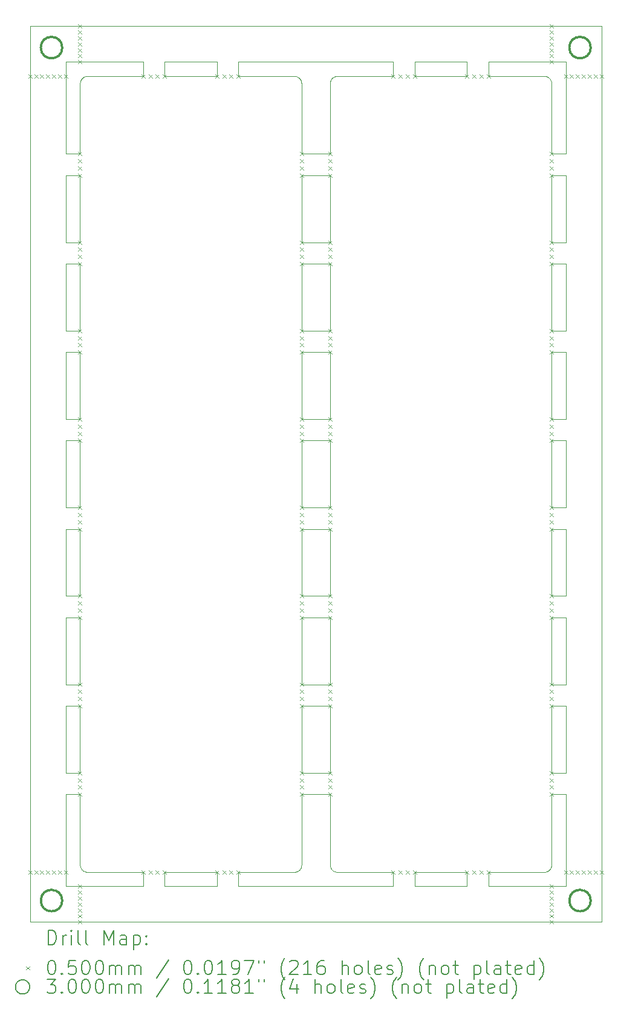
<source format=gbr>
%TF.GenerationSoftware,KiCad,Pcbnew,7.0.8*%
%TF.CreationDate,2023-10-22T17:40:08-04:00*%
%TF.ProjectId,RGB-Panel,5247422d-5061-46e6-956c-2e6b69636164,V2.6*%
%TF.SameCoordinates,Original*%
%TF.FileFunction,Drillmap*%
%TF.FilePolarity,Positive*%
%FSLAX45Y45*%
G04 Gerber Fmt 4.5, Leading zero omitted, Abs format (unit mm)*
G04 Created by KiCad (PCBNEW 7.0.8) date 2023-10-22 17:40:08*
%MOMM*%
%LPD*%
G01*
G04 APERTURE LIST*
%ADD10C,0.100000*%
%ADD11C,0.200000*%
%ADD12C,0.050000*%
%ADD13C,0.300000*%
G04 APERTURE END LIST*
D10*
X10280902Y-13798778D02*
X10283867Y-13794463D01*
X10700000Y-11214444D02*
X10500000Y-11214444D01*
X6500000Y-14539999D02*
X6500000Y-14539999D01*
X10293358Y-13775836D02*
X10295106Y-13770901D01*
X7289884Y-13839486D02*
X7294936Y-13839871D01*
X10225882Y-13836592D02*
X10230902Y-13835105D01*
X7270064Y-2704586D02*
X7265270Y-2706225D01*
X10500000Y-9038889D02*
X10700000Y-9038889D01*
X10245399Y-13829100D02*
X10250000Y-13826602D01*
X10789884Y-2700513D02*
X10784858Y-2701153D01*
X10738790Y-13819077D02*
X10742873Y-13822076D01*
X10240674Y-13831354D02*
X10245399Y-13829100D01*
X7220923Y-2738789D02*
X7217924Y-2742873D01*
X7200000Y-13740000D02*
X7200128Y-13745064D01*
X10784858Y-13838846D02*
X10789884Y-13839486D01*
X13700001Y-2700000D02*
X12916667Y-2700000D01*
X7234863Y-13815876D02*
X7238789Y-13819077D01*
X12916667Y-2500000D02*
X14000000Y-2500000D01*
X10742873Y-13822076D02*
X10747104Y-13824864D01*
X14000000Y-12752222D02*
X14000000Y-14039999D01*
X10205234Y-13839862D02*
X10210453Y-13839452D01*
X13789780Y-2755961D02*
X13787434Y-2751470D01*
X13730902Y-13835105D02*
X13735837Y-13833357D01*
X12916667Y-2700000D02*
X12916667Y-2500000D01*
X13770711Y-13810710D02*
X13774315Y-13806912D01*
X7200000Y-11514444D02*
X7200000Y-12452222D01*
X10299999Y-2800000D02*
X10299871Y-2794935D01*
X10731104Y-2727520D02*
X10727521Y-2731103D01*
X7000000Y-2500000D02*
X8083333Y-2500000D01*
X9416667Y-14039999D02*
X9416667Y-13839999D01*
X7000000Y-7801111D02*
X7000000Y-7801111D01*
X7000000Y-14039999D02*
X7000000Y-12752222D01*
X7300000Y-2700000D02*
X7294936Y-2700128D01*
X10794936Y-2700128D02*
X10789884Y-2700513D01*
X11583333Y-2500000D02*
X11583333Y-2500000D01*
X13772479Y-2731104D02*
X13768896Y-2727521D01*
X7000000Y-7801111D02*
X7200000Y-7801111D01*
X10299486Y-2789883D02*
X10298846Y-2784857D01*
X7251470Y-2712565D02*
X7247104Y-2715135D01*
X10747104Y-13824864D02*
X10751470Y-13827434D01*
X14000000Y-2500000D02*
X14000000Y-2500000D01*
X14000000Y-6263333D02*
X14000000Y-6263333D01*
X9416667Y-14039999D02*
X9416667Y-14039999D01*
X13799999Y-7801111D02*
X14000000Y-7801111D01*
X14000000Y-7501111D02*
X13799999Y-7501111D01*
X14000000Y-11514444D02*
X14000000Y-12452222D01*
X10299999Y-6563333D02*
X10500000Y-6563333D01*
X8383333Y-14039999D02*
X8383333Y-14039999D01*
X13798769Y-13755643D02*
X13799452Y-13750453D01*
X7000000Y-9038889D02*
X7200000Y-9038889D01*
X13799999Y-6563333D02*
X14000000Y-6563333D01*
X11883333Y-13839999D02*
X12616667Y-13839999D01*
X10287434Y-2751470D02*
X10284864Y-2747104D01*
X10265137Y-2724125D02*
X10261211Y-2720923D01*
X13799999Y-5325555D02*
X14000000Y-5325555D01*
X14000000Y-12452222D02*
X13800000Y-12452222D01*
X14000000Y-2500000D02*
X14000000Y-3787778D01*
X7242874Y-2717923D02*
X7238790Y-2720922D01*
X13786603Y-13790000D02*
X13789101Y-13785399D01*
X7200000Y-9038889D02*
X7200000Y-9976666D01*
X10300000Y-8738889D02*
X10300000Y-7801111D01*
X13800000Y-12452222D02*
X13800000Y-11514444D01*
X10299863Y-13745233D02*
X10300000Y-13740000D01*
X13787434Y-2751470D02*
X13784864Y-2747104D01*
X10779871Y-2702047D02*
X10774935Y-2703192D01*
X14000000Y-3787778D02*
X13799999Y-3787778D01*
X7220922Y-13801210D02*
X7224124Y-13805137D01*
X10500000Y-11514444D02*
X10700000Y-11514444D01*
X11583333Y-2700000D02*
X10800001Y-2700000D01*
X13735837Y-13833357D02*
X13740674Y-13831354D01*
X7200129Y-2794935D02*
X7200001Y-2800000D01*
X10774935Y-13836807D02*
X10779871Y-13837953D01*
X10220791Y-13837814D02*
X10225882Y-13836592D01*
X10770064Y-2704586D02*
X10765270Y-2706225D01*
X7300001Y-13839999D02*
X8083333Y-13839999D01*
X14000000Y-14039999D02*
X14000000Y-14039999D01*
X10700000Y-13740000D02*
X10700128Y-13745064D01*
X7000000Y-9976666D02*
X7000000Y-9038889D01*
X10700000Y-12752222D02*
X10700000Y-13740000D01*
X7200000Y-11214444D02*
X7000000Y-11214444D01*
X10765270Y-13833775D02*
X10770064Y-13835414D01*
X13779077Y-2738790D02*
X13775875Y-2734863D01*
X11883333Y-14039999D02*
X11883333Y-13839999D01*
X13800000Y-10276666D02*
X14000000Y-10276666D01*
X10747104Y-2715135D02*
X10742874Y-2717923D01*
X13799863Y-13745233D02*
X13800000Y-13740000D01*
X14000000Y-5025555D02*
X14000000Y-5025555D01*
X7000000Y-4087778D02*
X7200000Y-4087778D01*
X7206225Y-2765269D02*
X7204586Y-2770063D01*
X7279871Y-13837953D02*
X7284858Y-13838846D01*
X12616667Y-2700000D02*
X11883333Y-2700000D01*
X7200000Y-12452222D02*
X7000000Y-12452222D01*
X12916667Y-14039999D02*
X12916667Y-13839999D01*
X13800000Y-11514444D02*
X14000000Y-11514444D01*
X10230902Y-13835105D02*
X10235837Y-13833357D01*
X14000000Y-6263333D02*
X13799999Y-6263333D01*
X10250000Y-13826602D02*
X10254464Y-13823866D01*
X10700000Y-11514444D02*
X10700000Y-12452222D01*
X7247104Y-2715135D02*
X7242874Y-2717923D01*
X10293775Y-2765270D02*
X10291895Y-2760565D01*
X7202047Y-2779870D02*
X7201154Y-2784857D01*
X11883333Y-2700000D02*
X11883333Y-2500000D01*
X10727521Y-13808896D02*
X10731103Y-13812479D01*
X10500000Y-6563333D02*
X10700000Y-6563333D01*
X10706225Y-13774730D02*
X10708104Y-13779435D01*
X13793774Y-2765270D02*
X13791895Y-2760565D01*
X10272479Y-2731104D02*
X10268897Y-2727521D01*
X7270064Y-13835414D02*
X7274935Y-13836807D01*
X10751470Y-2712565D02*
X10747104Y-2715135D01*
X14500000Y-2000000D02*
X6500000Y-2000000D01*
X14000000Y-14039999D02*
X12916667Y-14039999D01*
X13791355Y-13780673D02*
X13793358Y-13775836D01*
X10720923Y-2738789D02*
X10717924Y-2742873D01*
X13748530Y-2712566D02*
X13744039Y-2710220D01*
X14000000Y-7501111D02*
X14000000Y-7501111D01*
X10731103Y-13812479D02*
X10734863Y-13815876D01*
X7212565Y-13788530D02*
X7215135Y-13792896D01*
X13799486Y-2789883D02*
X13798846Y-2784857D01*
X10210453Y-13839452D02*
X10215644Y-13838768D01*
X7231103Y-13812479D02*
X7234863Y-13815876D01*
X10300000Y-7501111D02*
X10299999Y-6563333D01*
X7000000Y-10276666D02*
X7200000Y-10276666D01*
X10710220Y-2755960D02*
X10708105Y-2760564D01*
X7200000Y-6563333D02*
X7200000Y-7501111D01*
X10296807Y-2774935D02*
X10295413Y-2770064D01*
X10262932Y-13817714D02*
X10266913Y-13814314D01*
X13799999Y-7501111D02*
X13799999Y-6563333D01*
X10500000Y-6263333D02*
X10299999Y-6263333D01*
X7000000Y-12452222D02*
X7000000Y-11514444D01*
X8383333Y-14039999D02*
X8383333Y-13839999D01*
X13715644Y-13838768D02*
X13720791Y-13837814D01*
X10742874Y-2717923D02*
X10738790Y-2720922D01*
X10300000Y-12752222D02*
X10500000Y-12752222D01*
X7255961Y-13829780D02*
X7260565Y-13831895D01*
X13800000Y-8738889D02*
X13799999Y-7801111D01*
X10789884Y-13839486D02*
X10794936Y-13839871D01*
X7000000Y-7501111D02*
X7000000Y-6563333D01*
X7000000Y-12752222D02*
X7200000Y-12752222D01*
X14000000Y-10276666D02*
X14000000Y-11214444D01*
X10210117Y-2700513D02*
X10205065Y-2700128D01*
X10700000Y-7801111D02*
X10700000Y-8738889D01*
X9116667Y-2500000D02*
X9116667Y-2500000D01*
X10220130Y-2702047D02*
X10215143Y-2701153D01*
X13757127Y-2717924D02*
X13752896Y-2715136D01*
X10700000Y-6263333D02*
X10500000Y-6263333D01*
X13715143Y-2701153D02*
X13710117Y-2700513D01*
X10300000Y-9038889D02*
X10500000Y-9038889D01*
X10299999Y-3787778D02*
X10299999Y-2800000D01*
X13761210Y-2720923D02*
X13757127Y-2717924D01*
X13795413Y-2770064D02*
X13793774Y-2765270D01*
X13797952Y-2779870D02*
X13796807Y-2774935D01*
X13750000Y-13826602D02*
X13754464Y-13823866D01*
X10702048Y-2779870D02*
X10701154Y-2784857D01*
X13775875Y-2734863D02*
X13772479Y-2731104D01*
X10702047Y-13760129D02*
X10703192Y-13765065D01*
X10229937Y-2704586D02*
X10225066Y-2703193D01*
X13774315Y-13806912D02*
X13777715Y-13802931D01*
X10755961Y-13829780D02*
X10760565Y-13831895D01*
X10244040Y-2710220D02*
X10239436Y-2708105D01*
X10291355Y-13780673D02*
X10293358Y-13775836D01*
X13758779Y-13820901D02*
X13762932Y-13817714D01*
X14000000Y-5025555D02*
X13799999Y-5025555D01*
X11583333Y-13839999D02*
X11583333Y-14039999D01*
X10500000Y-11514444D02*
X10500000Y-11514444D01*
X10299999Y-5025555D02*
X10299999Y-5025555D01*
X7224124Y-13805137D02*
X7227521Y-13808896D01*
X13765137Y-2724125D02*
X13761210Y-2720923D01*
X7247104Y-13824864D02*
X7251470Y-13827434D01*
X10248530Y-2712566D02*
X10244040Y-2710220D01*
X13800000Y-13740000D02*
X13800000Y-12752222D01*
X7274935Y-13836807D02*
X7279871Y-13837953D01*
X11883333Y-14039999D02*
X11883333Y-14039999D01*
X10703192Y-13765065D02*
X10704586Y-13769936D01*
X7210219Y-13784039D02*
X7212565Y-13788530D01*
X10225066Y-2703193D02*
X10220130Y-2702047D01*
X7238789Y-13819077D02*
X7242873Y-13822076D01*
X10300000Y-7801111D02*
X10300000Y-7801111D01*
X13720130Y-2702047D02*
X13715143Y-2701153D01*
X7227521Y-2731103D02*
X7224125Y-2734862D01*
X7265270Y-2706225D02*
X7260565Y-2708104D01*
X10299999Y-5025555D02*
X10299999Y-4087778D01*
X7000000Y-11214444D02*
X7000000Y-10276666D01*
X10500000Y-9038889D02*
X10500000Y-9038889D01*
X13793358Y-13775836D02*
X13795106Y-13770901D01*
X10298846Y-2784857D02*
X10297952Y-2779870D01*
X10704586Y-13769936D02*
X10706225Y-13774730D01*
X11883333Y-2500000D02*
X12616667Y-2500000D01*
X10274315Y-13806912D02*
X10277715Y-13802931D01*
X10257127Y-2717924D02*
X10252896Y-2715136D01*
X10252896Y-2715136D02*
X10248530Y-2712566D01*
X13784864Y-2747104D02*
X13782076Y-2742874D01*
X7201153Y-13755142D02*
X7202047Y-13760129D01*
X13799452Y-13750453D02*
X13799863Y-13745233D01*
X13783867Y-13794463D02*
X13786603Y-13790000D01*
X7200000Y-5325555D02*
X7200000Y-6263333D01*
X10701154Y-2784857D02*
X10700514Y-2789883D01*
X10289780Y-2755961D02*
X10287434Y-2751470D01*
X7284858Y-2701153D02*
X7279871Y-2702047D01*
X12916667Y-13839999D02*
X13700000Y-13839999D01*
X7208105Y-2760564D02*
X7206225Y-2765269D01*
X7202047Y-13760129D02*
X7203192Y-13765065D01*
X10266913Y-13814314D02*
X10270711Y-13810710D01*
X7294936Y-2700128D02*
X7289884Y-2700513D01*
X14000000Y-9976666D02*
X14000000Y-9976666D01*
X12616667Y-14039999D02*
X11883333Y-14039999D01*
X14000000Y-8738889D02*
X13800000Y-8738889D01*
X10794936Y-13839871D02*
X10800001Y-13839999D01*
X7200000Y-3787778D02*
X7000000Y-3787778D01*
X7200000Y-4087778D02*
X7200000Y-5025555D01*
X13725882Y-13836592D02*
X13730902Y-13835105D01*
X13799871Y-2794935D02*
X13799486Y-2789883D01*
X10779871Y-13837953D02*
X10784858Y-13838846D01*
X10717924Y-2742873D02*
X10715136Y-2747103D01*
X13780902Y-13798778D02*
X13783867Y-13794463D01*
X13752896Y-2715136D02*
X13748530Y-2712566D01*
X10299999Y-6263333D02*
X10299999Y-5325555D01*
X10710219Y-13784039D02*
X10712565Y-13788530D01*
X10300000Y-12452222D02*
X10300000Y-11514444D01*
X13754464Y-13823866D02*
X13758779Y-13820901D01*
X10700000Y-5325555D02*
X10700000Y-6263333D01*
X8083333Y-13839999D02*
X8083333Y-14039999D01*
X10724125Y-2734862D02*
X10720923Y-2738789D01*
X10717924Y-13797127D02*
X10720922Y-13801210D01*
X10770064Y-13835414D02*
X10774935Y-13836807D01*
X10760565Y-13831895D02*
X10765270Y-13833775D01*
X14000000Y-8738889D02*
X14000000Y-8738889D01*
X13791895Y-2760565D02*
X13789780Y-2755961D01*
X13800000Y-11214444D02*
X13800000Y-10276666D01*
X13768896Y-2727521D02*
X13765137Y-2724125D01*
X10300000Y-13740000D02*
X10300000Y-12752222D01*
X10712565Y-13788530D02*
X10715135Y-13792896D01*
X7289884Y-2700513D02*
X7284858Y-2701153D01*
X10700000Y-4087778D02*
X10700000Y-5025555D01*
X14500000Y-14539999D02*
X14500000Y-2000000D01*
X10708105Y-2760564D02*
X10706225Y-2765269D01*
X10727521Y-2731103D02*
X10724125Y-2734862D01*
X13705234Y-13839862D02*
X13710453Y-13839452D01*
X7000000Y-6563333D02*
X7000000Y-6563333D01*
X8383333Y-2500000D02*
X9116667Y-2500000D01*
X14000000Y-7801111D02*
X14000000Y-8738889D01*
X8083333Y-2500000D02*
X8083333Y-2700000D01*
X10299871Y-2794935D02*
X10299486Y-2789883D01*
X14000000Y-9976666D02*
X13800000Y-9976666D01*
X10500000Y-12752222D02*
X10700000Y-12752222D01*
X10724124Y-13805137D02*
X10727521Y-13808896D01*
X13799999Y-3787778D02*
X13799999Y-2800000D01*
X10751470Y-13827434D02*
X10755961Y-13829780D01*
X14000000Y-11214444D02*
X13800000Y-11214444D01*
X10299999Y-4087778D02*
X10500000Y-4087778D01*
X10277715Y-13802931D02*
X10280902Y-13798778D01*
X10297952Y-2779870D02*
X10296807Y-2774935D01*
X8383333Y-2700000D02*
X8383333Y-2500000D01*
X10284864Y-2747104D02*
X10282076Y-2742874D01*
X8083333Y-2700000D02*
X7300000Y-2700000D01*
X9416667Y-13839999D02*
X10200000Y-13839999D01*
X7200000Y-10276666D02*
X7200000Y-11214444D01*
X10701153Y-13755142D02*
X10702047Y-13760129D01*
X10765270Y-2706225D02*
X10760565Y-2708104D01*
X10715135Y-13792896D02*
X10717924Y-13797127D01*
X7203193Y-2774935D02*
X7202047Y-2779870D01*
X10700000Y-9038889D02*
X10700000Y-9976666D01*
X10275876Y-2734863D02*
X10272479Y-2731104D01*
X10270711Y-13810710D02*
X10274315Y-13806912D01*
X7234863Y-2724124D02*
X7231104Y-2727520D01*
X10215143Y-2701153D02*
X10210117Y-2700513D01*
X10800001Y-2700000D02*
X10794936Y-2700128D01*
X10300000Y-7801111D02*
X10500000Y-7801111D01*
X12616667Y-13839999D02*
X12616667Y-14039999D01*
X10500000Y-5325555D02*
X10700000Y-5325555D01*
X13799999Y-5025555D02*
X13799999Y-4087778D01*
X10708104Y-13779435D02*
X10710219Y-13784039D01*
X13796807Y-2774935D02*
X13795413Y-2770064D01*
X10500000Y-10276666D02*
X10700000Y-10276666D01*
X6500000Y-14539999D02*
X14500000Y-14539999D01*
X9116667Y-14039999D02*
X8383333Y-14039999D01*
X10500000Y-7801111D02*
X10700000Y-7801111D01*
X11583333Y-14039999D02*
X9416667Y-14039999D01*
X7208104Y-13779435D02*
X7210219Y-13784039D01*
X10700001Y-3787778D02*
X10500000Y-3787778D01*
X10200000Y-13839999D02*
X10205234Y-13839862D01*
X7200000Y-12752222D02*
X7200000Y-13740000D01*
X9416667Y-2700000D02*
X9416667Y-2500000D01*
X10239436Y-2708105D02*
X10234731Y-2706225D01*
X13740674Y-13831354D02*
X13745399Y-13829100D01*
X10283867Y-13794463D02*
X10286603Y-13790000D01*
X13800000Y-9976666D02*
X13800000Y-9038889D01*
X7217924Y-2742873D02*
X7215136Y-2747103D01*
X9116667Y-13839999D02*
X9116667Y-14039999D01*
X11583333Y-2500000D02*
X11583333Y-2700000D01*
X10205065Y-2700128D02*
X10200001Y-2700000D01*
X10215644Y-13838768D02*
X10220791Y-13837814D01*
X14000000Y-4087778D02*
X14000000Y-5025555D01*
X10700513Y-13750116D02*
X10701153Y-13755142D01*
X10734863Y-13815876D02*
X10738790Y-13819077D01*
X13734731Y-2706225D02*
X13729937Y-2704586D01*
X7200001Y-2800000D02*
X7200000Y-3787778D01*
X10760565Y-2708104D02*
X10755961Y-2710219D01*
X10258779Y-13820901D02*
X10262932Y-13817714D01*
X10704587Y-2770063D02*
X10703193Y-2774935D01*
X10700000Y-7501111D02*
X10500000Y-7501111D01*
X13729937Y-2704586D02*
X13725066Y-2703193D01*
X10296593Y-13765882D02*
X10297815Y-13760791D01*
X10299999Y-5325555D02*
X10500000Y-5325555D01*
X13800000Y-9038889D02*
X14000000Y-9038889D01*
X7000000Y-6263333D02*
X7000000Y-5325555D01*
X13798846Y-2784857D02*
X13797952Y-2779870D01*
X7000000Y-5325555D02*
X7200000Y-5325555D01*
X10700129Y-2794935D02*
X10700001Y-2800000D01*
X7000000Y-10276666D02*
X7000000Y-10276666D01*
X7210220Y-2755960D02*
X7208105Y-2760564D01*
X6500000Y-2000000D02*
X6500000Y-14539999D01*
X14000000Y-9038889D02*
X14000000Y-9976666D01*
X7000000Y-6563333D02*
X7200000Y-6563333D01*
X10734863Y-2724124D02*
X10731104Y-2727520D01*
X7200513Y-13750116D02*
X7201153Y-13755142D01*
X9116667Y-2500000D02*
X9116667Y-2700000D01*
X7000000Y-8738889D02*
X7000000Y-7801111D01*
X7215136Y-2747103D02*
X7212566Y-2751470D01*
X13789101Y-13785399D02*
X13791355Y-13780673D01*
X13710117Y-2700513D02*
X13705065Y-2700128D01*
X10500000Y-5025555D02*
X10299999Y-5025555D01*
X10703193Y-2774935D02*
X10702048Y-2779870D01*
X13797815Y-13760791D02*
X13798769Y-13755643D01*
X7212566Y-2751470D02*
X7210220Y-2755960D01*
X10706225Y-2765269D02*
X10704587Y-2770063D01*
X7200514Y-2789883D02*
X7200129Y-2794935D01*
X10295413Y-2770064D02*
X10293775Y-2765270D01*
X10234731Y-2706225D02*
X10229937Y-2704586D01*
X7215135Y-13792896D02*
X7217924Y-13797127D01*
X8383333Y-13839999D02*
X9116667Y-13839999D01*
X10261211Y-2720923D02*
X10257127Y-2717924D01*
X10715136Y-2747103D02*
X10712566Y-2751470D01*
X7204586Y-2770063D02*
X7203193Y-2774935D01*
X7000000Y-11514444D02*
X7000000Y-11514444D01*
X10700000Y-12452222D02*
X10500000Y-12452222D01*
X10254464Y-13823866D02*
X10258779Y-13820901D01*
X12616667Y-2500000D02*
X12616667Y-2700000D01*
X10784858Y-2701153D02*
X10779871Y-2702047D01*
X10268897Y-2727521D02*
X10265137Y-2724125D01*
X13782076Y-2742874D02*
X13779077Y-2738790D01*
X13799999Y-2800000D02*
X13799871Y-2794935D01*
X10700001Y-2800000D02*
X10700001Y-3787778D01*
X10235837Y-13833357D02*
X10240674Y-13831354D01*
X10299452Y-13750453D02*
X10299863Y-13745233D01*
X10282076Y-2742874D02*
X10279077Y-2738790D01*
X13745399Y-13829100D02*
X13750000Y-13826602D01*
X13799999Y-6263333D02*
X13799999Y-5325555D01*
X13766913Y-13814314D02*
X13770711Y-13810710D01*
X7000000Y-5325555D02*
X7000000Y-5325555D01*
X10298769Y-13755643D02*
X10299452Y-13750453D01*
X7204586Y-13769936D02*
X7206224Y-13774730D01*
X7279871Y-2702047D02*
X7274935Y-2703192D01*
X7200000Y-7501111D02*
X7000000Y-7501111D01*
X13720791Y-13837814D02*
X13725882Y-13836592D01*
X10300000Y-7501111D02*
X10300000Y-7501111D01*
X13739436Y-2708105D02*
X13734731Y-2706225D01*
X7224125Y-2734862D02*
X7220923Y-2738789D01*
X7217924Y-13797127D02*
X7220922Y-13801210D01*
X14000000Y-11214444D02*
X14000000Y-11214444D01*
X7242873Y-13822076D02*
X7247104Y-13824864D01*
X10500000Y-10276666D02*
X10500000Y-10276666D01*
X7238790Y-2720922D02*
X7234863Y-2724124D01*
X10800001Y-13839999D02*
X11583333Y-13839999D01*
X13744039Y-2710220D02*
X13739436Y-2708105D01*
X10500000Y-7501111D02*
X10300000Y-7501111D01*
X7000000Y-11514444D02*
X7200000Y-11514444D01*
X7200000Y-8738889D02*
X7000000Y-8738889D01*
X10300000Y-10276666D02*
X10500000Y-10276666D01*
X14000000Y-5325555D02*
X14000000Y-6263333D01*
X10500000Y-3787778D02*
X10299999Y-3787778D01*
X10700000Y-8738889D02*
X10500000Y-8738889D01*
X10299999Y-6263333D02*
X10299999Y-6263333D01*
X7200000Y-5025555D02*
X7000000Y-5025555D01*
X7274935Y-2703192D02*
X7270064Y-2704586D01*
X10712566Y-2751470D02*
X10710220Y-2755960D01*
X10291895Y-2760565D02*
X10289780Y-2755961D01*
X7294936Y-13839871D02*
X7300001Y-13839999D01*
X7231104Y-2727520D02*
X7227521Y-2731103D01*
X13705065Y-2700128D02*
X13700001Y-2700000D01*
X10500000Y-4087778D02*
X10700000Y-4087778D01*
X10774935Y-2703192D02*
X10770064Y-2704586D01*
X14000000Y-6563333D02*
X14000000Y-7501111D01*
X13800000Y-12752222D02*
X14000000Y-12752222D01*
X7284858Y-13838846D02*
X7289884Y-13839486D01*
X7260565Y-13831895D02*
X7265270Y-13833775D01*
X13796593Y-13765882D02*
X13797815Y-13760791D01*
X9116667Y-2700000D02*
X8383333Y-2700000D01*
X12616667Y-2500000D02*
X12616667Y-2500000D01*
X10700514Y-2789883D02*
X10700129Y-2794935D01*
X7206224Y-13774730D02*
X7208104Y-13779435D01*
X7200128Y-13745064D02*
X7200513Y-13750116D01*
X10700000Y-9976666D02*
X10500000Y-9976666D01*
X10300000Y-11214444D02*
X10300000Y-10276666D01*
X13762932Y-13817714D02*
X13766913Y-13814314D01*
X10500000Y-8738889D02*
X10300000Y-8738889D01*
X10286603Y-13790000D02*
X10289101Y-13785399D01*
X7200000Y-9976666D02*
X7000000Y-9976666D01*
X10700000Y-10276666D02*
X10700000Y-11214444D01*
X7000000Y-9038889D02*
X7000000Y-9038889D01*
X13725066Y-2703193D02*
X13720130Y-2702047D01*
X10700128Y-13745064D02*
X10700513Y-13750116D01*
X7000000Y-3787778D02*
X7000000Y-2500000D01*
X13799999Y-4087778D02*
X14000000Y-4087778D01*
X13777715Y-13802931D02*
X13780902Y-13798778D01*
X7251470Y-13827434D02*
X7255961Y-13829780D01*
X10297815Y-13760791D02*
X10298769Y-13755643D01*
X10500000Y-9976666D02*
X10300000Y-9976666D01*
X10500000Y-11214444D02*
X10300000Y-11214444D01*
X7265270Y-13833775D02*
X7270064Y-13835414D01*
X7203192Y-13765065D02*
X7204586Y-13769936D01*
X7227521Y-13808896D02*
X7231103Y-13812479D01*
X10500000Y-12452222D02*
X10300000Y-12452222D01*
X13710453Y-13839452D02*
X13715644Y-13838768D01*
X10755961Y-2710219D02*
X10751470Y-2712565D01*
X10289101Y-13785399D02*
X10291355Y-13780673D01*
X7200000Y-7801111D02*
X7200000Y-8738889D01*
X7260565Y-2708104D02*
X7255961Y-2710219D01*
X9416667Y-2500000D02*
X11583333Y-2500000D01*
X10295106Y-13770901D02*
X10296593Y-13765882D01*
X10720922Y-13801210D02*
X10724124Y-13805137D01*
X8083333Y-2500000D02*
X8083333Y-2500000D01*
X10700000Y-6563333D02*
X10700000Y-7501111D01*
X7201154Y-2784857D02*
X7200514Y-2789883D01*
X8083333Y-14039999D02*
X7000000Y-14039999D01*
X10700000Y-5025555D02*
X10500000Y-5025555D01*
X13795106Y-13770901D02*
X13796593Y-13765882D01*
X7000000Y-14039999D02*
X7000000Y-14039999D01*
X10300000Y-11514444D02*
X10500000Y-11514444D01*
X10300000Y-9976666D02*
X10300000Y-9038889D01*
X14000000Y-12452222D02*
X14000000Y-12452222D01*
X10738790Y-2720922D02*
X10734863Y-2724124D01*
X7000000Y-4087778D02*
X7000000Y-4087778D01*
X13700000Y-13839999D02*
X13705234Y-13839862D01*
X7000000Y-5025555D02*
X7000000Y-4087778D01*
X7200000Y-6263333D02*
X7000000Y-6263333D01*
X10200001Y-2700000D02*
X9416667Y-2700000D01*
X7255961Y-2710219D02*
X7251470Y-2712565D01*
X10279077Y-2738790D02*
X10275876Y-2734863D01*
D11*
D12*
X6475000Y-2675000D02*
X6525000Y-2725000D01*
X6525000Y-2675000D02*
X6475000Y-2725000D01*
X6475000Y-13815000D02*
X6525000Y-13865000D01*
X6525000Y-13815000D02*
X6475000Y-13865000D01*
X6558333Y-2675000D02*
X6608333Y-2725000D01*
X6608333Y-2675000D02*
X6558333Y-2725000D01*
X6558333Y-13815000D02*
X6608333Y-13865000D01*
X6608333Y-13815000D02*
X6558333Y-13865000D01*
X6641666Y-2675000D02*
X6691666Y-2725000D01*
X6691666Y-2675000D02*
X6641666Y-2725000D01*
X6641666Y-13815000D02*
X6691666Y-13865000D01*
X6691666Y-13815000D02*
X6641666Y-13865000D01*
X6725000Y-2675000D02*
X6775000Y-2725000D01*
X6775000Y-2675000D02*
X6725000Y-2725000D01*
X6725000Y-13815000D02*
X6775000Y-13865000D01*
X6775000Y-13815000D02*
X6725000Y-13865000D01*
X6808333Y-2675000D02*
X6858333Y-2725000D01*
X6858333Y-2675000D02*
X6808333Y-2725000D01*
X6808333Y-13815000D02*
X6858333Y-13865000D01*
X6858333Y-13815000D02*
X6808333Y-13865000D01*
X6891666Y-2675000D02*
X6941666Y-2725000D01*
X6941666Y-2675000D02*
X6891666Y-2725000D01*
X6891666Y-13815000D02*
X6941666Y-13865000D01*
X6941666Y-13815000D02*
X6891666Y-13865000D01*
X6975000Y-2675000D02*
X7025000Y-2725000D01*
X7025000Y-2675000D02*
X6975000Y-2725000D01*
X6975000Y-13815000D02*
X7025000Y-13865000D01*
X7025000Y-13815000D02*
X6975000Y-13865000D01*
X7175000Y-1975000D02*
X7225000Y-2025000D01*
X7225000Y-1975000D02*
X7175000Y-2025000D01*
X7175000Y-2058333D02*
X7225000Y-2108333D01*
X7225000Y-2058333D02*
X7175000Y-2108333D01*
X7175000Y-2141667D02*
X7225000Y-2191667D01*
X7225000Y-2141667D02*
X7175000Y-2191667D01*
X7175000Y-2225000D02*
X7225000Y-2275000D01*
X7225000Y-2225000D02*
X7175000Y-2275000D01*
X7175000Y-2308333D02*
X7225000Y-2358333D01*
X7225000Y-2308333D02*
X7175000Y-2358333D01*
X7175000Y-2391667D02*
X7225000Y-2441667D01*
X7225000Y-2391667D02*
X7175000Y-2441667D01*
X7175000Y-2475000D02*
X7225000Y-2525000D01*
X7225000Y-2475000D02*
X7175000Y-2525000D01*
X7175000Y-12627222D02*
X7225000Y-12677222D01*
X7225000Y-12627222D02*
X7175000Y-12677222D01*
X7175000Y-12727222D02*
X7225000Y-12777222D01*
X7225000Y-12727222D02*
X7175000Y-12777222D01*
X7175000Y-14014999D02*
X7225000Y-14064999D01*
X7225000Y-14014999D02*
X7175000Y-14064999D01*
X7175000Y-14098333D02*
X7225000Y-14148333D01*
X7225000Y-14098333D02*
X7175000Y-14148333D01*
X7175000Y-14181666D02*
X7225000Y-14231666D01*
X7225000Y-14181666D02*
X7175000Y-14231666D01*
X7175000Y-14264999D02*
X7225000Y-14314999D01*
X7225000Y-14264999D02*
X7175000Y-14314999D01*
X7175000Y-14348333D02*
X7225000Y-14398333D01*
X7225000Y-14348333D02*
X7175000Y-14398333D01*
X7175000Y-14431666D02*
X7225000Y-14481666D01*
X7225000Y-14431666D02*
X7175000Y-14481666D01*
X7175000Y-14514999D02*
X7225000Y-14564999D01*
X7225000Y-14514999D02*
X7175000Y-14564999D01*
X7175000Y-12427222D02*
X7225000Y-12477222D01*
X7225000Y-12427222D02*
X7175000Y-12477222D01*
X7175000Y-12527222D02*
X7225000Y-12577222D01*
X7225000Y-12527222D02*
X7175000Y-12577222D01*
X7175000Y-11189444D02*
X7225000Y-11239444D01*
X7225000Y-11189444D02*
X7175000Y-11239444D01*
X7175000Y-11289444D02*
X7225000Y-11339444D01*
X7225000Y-11289444D02*
X7175000Y-11339444D01*
X7175000Y-11389444D02*
X7225000Y-11439444D01*
X7225000Y-11389444D02*
X7175000Y-11439444D01*
X7175000Y-11489444D02*
X7225000Y-11539444D01*
X7225000Y-11489444D02*
X7175000Y-11539444D01*
X7175000Y-9951666D02*
X7225000Y-10001666D01*
X7225000Y-9951666D02*
X7175000Y-10001666D01*
X7175000Y-10051666D02*
X7225000Y-10101666D01*
X7225000Y-10051666D02*
X7175000Y-10101666D01*
X7175000Y-10151666D02*
X7225000Y-10201666D01*
X7225000Y-10151666D02*
X7175000Y-10201666D01*
X7175000Y-10251666D02*
X7225000Y-10301666D01*
X7225000Y-10251666D02*
X7175000Y-10301666D01*
X7175000Y-8713889D02*
X7225000Y-8763889D01*
X7225000Y-8713889D02*
X7175000Y-8763889D01*
X7175000Y-8813889D02*
X7225000Y-8863889D01*
X7225000Y-8813889D02*
X7175000Y-8863889D01*
X7175000Y-8913889D02*
X7225000Y-8963889D01*
X7225000Y-8913889D02*
X7175000Y-8963889D01*
X7175000Y-9013889D02*
X7225000Y-9063889D01*
X7225000Y-9013889D02*
X7175000Y-9063889D01*
X7175000Y-7476111D02*
X7225000Y-7526111D01*
X7225000Y-7476111D02*
X7175000Y-7526111D01*
X7175000Y-7576111D02*
X7225000Y-7626111D01*
X7225000Y-7576111D02*
X7175000Y-7626111D01*
X7175000Y-7676111D02*
X7225000Y-7726111D01*
X7225000Y-7676111D02*
X7175000Y-7726111D01*
X7175000Y-7776111D02*
X7225000Y-7826111D01*
X7225000Y-7776111D02*
X7175000Y-7826111D01*
X7175000Y-6238333D02*
X7225000Y-6288333D01*
X7225000Y-6238333D02*
X7175000Y-6288333D01*
X7175000Y-6338333D02*
X7225000Y-6388333D01*
X7225000Y-6338333D02*
X7175000Y-6388333D01*
X7175000Y-6438333D02*
X7225000Y-6488333D01*
X7225000Y-6438333D02*
X7175000Y-6488333D01*
X7175000Y-6538333D02*
X7225000Y-6588333D01*
X7225000Y-6538333D02*
X7175000Y-6588333D01*
X7175000Y-5000555D02*
X7225000Y-5050555D01*
X7225000Y-5000555D02*
X7175000Y-5050555D01*
X7175000Y-5100555D02*
X7225000Y-5150555D01*
X7225000Y-5100555D02*
X7175000Y-5150555D01*
X7175000Y-5200555D02*
X7225000Y-5250555D01*
X7225000Y-5200555D02*
X7175000Y-5250555D01*
X7175000Y-5300555D02*
X7225000Y-5350555D01*
X7225000Y-5300555D02*
X7175000Y-5350555D01*
X7175000Y-3962778D02*
X7225000Y-4012778D01*
X7225000Y-3962778D02*
X7175000Y-4012778D01*
X7175000Y-4062778D02*
X7225000Y-4112778D01*
X7225000Y-4062778D02*
X7175000Y-4112778D01*
X7175001Y-3762778D02*
X7225001Y-3812778D01*
X7225001Y-3762778D02*
X7175001Y-3812778D01*
X7175001Y-3862778D02*
X7225001Y-3912778D01*
X7225001Y-3862778D02*
X7175001Y-3912778D01*
X8058333Y-2675000D02*
X8108333Y-2725000D01*
X8108333Y-2675000D02*
X8058333Y-2725000D01*
X8058333Y-13814999D02*
X8108333Y-13864999D01*
X8108333Y-13814999D02*
X8058333Y-13864999D01*
X8158333Y-2675000D02*
X8208333Y-2725000D01*
X8208333Y-2675000D02*
X8158333Y-2725000D01*
X8158333Y-13814999D02*
X8208333Y-13864999D01*
X8208333Y-13814999D02*
X8158333Y-13864999D01*
X8258333Y-2675000D02*
X8308333Y-2725000D01*
X8308333Y-2675000D02*
X8258333Y-2725000D01*
X8258333Y-13814999D02*
X8308333Y-13864999D01*
X8308333Y-13814999D02*
X8258333Y-13864999D01*
X8358333Y-2675000D02*
X8408333Y-2725000D01*
X8408333Y-2675000D02*
X8358333Y-2725000D01*
X8358333Y-13814999D02*
X8408333Y-13864999D01*
X8408333Y-13814999D02*
X8358333Y-13864999D01*
X9091667Y-2675000D02*
X9141667Y-2725000D01*
X9141667Y-2675000D02*
X9091667Y-2725000D01*
X9091667Y-13814999D02*
X9141667Y-13864999D01*
X9141667Y-13814999D02*
X9091667Y-13864999D01*
X9191667Y-2675000D02*
X9241667Y-2725000D01*
X9241667Y-2675000D02*
X9191667Y-2725000D01*
X9191667Y-13814999D02*
X9241667Y-13864999D01*
X9241667Y-13814999D02*
X9191667Y-13864999D01*
X9291667Y-2675000D02*
X9341667Y-2725000D01*
X9341667Y-2675000D02*
X9291667Y-2725000D01*
X9291667Y-13814999D02*
X9341667Y-13864999D01*
X9341667Y-13814999D02*
X9291667Y-13864999D01*
X9391667Y-2675000D02*
X9441667Y-2725000D01*
X9441667Y-2675000D02*
X9391667Y-2725000D01*
X9391667Y-13814999D02*
X9441667Y-13864999D01*
X9441667Y-13814999D02*
X9391667Y-13864999D01*
X10274999Y-3762778D02*
X10324999Y-3812778D01*
X10324999Y-3762778D02*
X10274999Y-3812778D01*
X10274999Y-3862778D02*
X10324999Y-3912778D01*
X10324999Y-3862778D02*
X10274999Y-3912778D01*
X10274999Y-3962778D02*
X10324999Y-4012778D01*
X10324999Y-3962778D02*
X10274999Y-4012778D01*
X10274999Y-4062778D02*
X10324999Y-4112778D01*
X10324999Y-4062778D02*
X10274999Y-4112778D01*
X10274999Y-5000555D02*
X10324999Y-5050555D01*
X10324999Y-5000555D02*
X10274999Y-5050555D01*
X10274999Y-5100555D02*
X10324999Y-5150555D01*
X10324999Y-5100555D02*
X10274999Y-5150555D01*
X10274999Y-5200555D02*
X10324999Y-5250555D01*
X10324999Y-5200555D02*
X10274999Y-5250555D01*
X10274999Y-5300555D02*
X10324999Y-5350555D01*
X10324999Y-5300555D02*
X10274999Y-5350555D01*
X10274999Y-6238333D02*
X10324999Y-6288333D01*
X10324999Y-6238333D02*
X10274999Y-6288333D01*
X10274999Y-6338333D02*
X10324999Y-6388333D01*
X10324999Y-6338333D02*
X10274999Y-6388333D01*
X10274999Y-6438333D02*
X10324999Y-6488333D01*
X10324999Y-6438333D02*
X10274999Y-6488333D01*
X10274999Y-6538333D02*
X10324999Y-6588333D01*
X10324999Y-6538333D02*
X10274999Y-6588333D01*
X10275000Y-7476111D02*
X10325000Y-7526111D01*
X10325000Y-7476111D02*
X10275000Y-7526111D01*
X10275000Y-7576111D02*
X10325000Y-7626111D01*
X10325000Y-7576111D02*
X10275000Y-7626111D01*
X10275000Y-7676111D02*
X10325000Y-7726111D01*
X10325000Y-7676111D02*
X10275000Y-7726111D01*
X10275000Y-7776111D02*
X10325000Y-7826111D01*
X10325000Y-7776111D02*
X10275000Y-7826111D01*
X10275000Y-8713889D02*
X10325000Y-8763889D01*
X10325000Y-8713889D02*
X10275000Y-8763889D01*
X10275000Y-8813889D02*
X10325000Y-8863889D01*
X10325000Y-8813889D02*
X10275000Y-8863889D01*
X10275000Y-8913889D02*
X10325000Y-8963889D01*
X10325000Y-8913889D02*
X10275000Y-8963889D01*
X10275000Y-9013889D02*
X10325000Y-9063889D01*
X10325000Y-9013889D02*
X10275000Y-9063889D01*
X10275000Y-9951666D02*
X10325000Y-10001666D01*
X10325000Y-9951666D02*
X10275000Y-10001666D01*
X10275000Y-10051666D02*
X10325000Y-10101666D01*
X10325000Y-10051666D02*
X10275000Y-10101666D01*
X10275000Y-10151666D02*
X10325000Y-10201666D01*
X10325000Y-10151666D02*
X10275000Y-10201666D01*
X10275000Y-10251666D02*
X10325000Y-10301666D01*
X10325000Y-10251666D02*
X10275000Y-10301666D01*
X10275000Y-11189444D02*
X10325000Y-11239444D01*
X10325000Y-11189444D02*
X10275000Y-11239444D01*
X10275000Y-11289444D02*
X10325000Y-11339444D01*
X10325000Y-11289444D02*
X10275000Y-11339444D01*
X10275000Y-11389444D02*
X10325000Y-11439444D01*
X10325000Y-11389444D02*
X10275000Y-11439444D01*
X10275000Y-11489444D02*
X10325000Y-11539444D01*
X10325000Y-11489444D02*
X10275000Y-11539444D01*
X10275000Y-12427222D02*
X10325000Y-12477222D01*
X10325000Y-12427222D02*
X10275000Y-12477222D01*
X10275000Y-12527222D02*
X10325000Y-12577222D01*
X10325000Y-12527222D02*
X10275000Y-12577222D01*
X10275000Y-12627222D02*
X10325000Y-12677222D01*
X10325000Y-12627222D02*
X10275000Y-12677222D01*
X10275000Y-12727222D02*
X10325000Y-12777222D01*
X10325000Y-12727222D02*
X10275000Y-12777222D01*
X10675000Y-12627222D02*
X10725000Y-12677222D01*
X10725000Y-12627222D02*
X10675000Y-12677222D01*
X10675000Y-12727222D02*
X10725000Y-12777222D01*
X10725000Y-12727222D02*
X10675000Y-12777222D01*
X10675000Y-12427222D02*
X10725000Y-12477222D01*
X10725000Y-12427222D02*
X10675000Y-12477222D01*
X10675000Y-12527222D02*
X10725000Y-12577222D01*
X10725000Y-12527222D02*
X10675000Y-12577222D01*
X10675000Y-11189444D02*
X10725000Y-11239444D01*
X10725000Y-11189444D02*
X10675000Y-11239444D01*
X10675000Y-11289444D02*
X10725000Y-11339444D01*
X10725000Y-11289444D02*
X10675000Y-11339444D01*
X10675000Y-11389444D02*
X10725000Y-11439444D01*
X10725000Y-11389444D02*
X10675000Y-11439444D01*
X10675000Y-11489444D02*
X10725000Y-11539444D01*
X10725000Y-11489444D02*
X10675000Y-11539444D01*
X10675000Y-9951666D02*
X10725000Y-10001666D01*
X10725000Y-9951666D02*
X10675000Y-10001666D01*
X10675000Y-10051666D02*
X10725000Y-10101666D01*
X10725000Y-10051666D02*
X10675000Y-10101666D01*
X10675000Y-10151666D02*
X10725000Y-10201666D01*
X10725000Y-10151666D02*
X10675000Y-10201666D01*
X10675000Y-10251666D02*
X10725000Y-10301666D01*
X10725000Y-10251666D02*
X10675000Y-10301666D01*
X10675000Y-8713889D02*
X10725000Y-8763889D01*
X10725000Y-8713889D02*
X10675000Y-8763889D01*
X10675000Y-8813889D02*
X10725000Y-8863889D01*
X10725000Y-8813889D02*
X10675000Y-8863889D01*
X10675000Y-8913889D02*
X10725000Y-8963889D01*
X10725000Y-8913889D02*
X10675000Y-8963889D01*
X10675000Y-9013889D02*
X10725000Y-9063889D01*
X10725000Y-9013889D02*
X10675000Y-9063889D01*
X10675000Y-7476111D02*
X10725000Y-7526111D01*
X10725000Y-7476111D02*
X10675000Y-7526111D01*
X10675000Y-7576111D02*
X10725000Y-7626111D01*
X10725000Y-7576111D02*
X10675000Y-7626111D01*
X10675000Y-7676111D02*
X10725000Y-7726111D01*
X10725000Y-7676111D02*
X10675000Y-7726111D01*
X10675000Y-7776111D02*
X10725000Y-7826111D01*
X10725000Y-7776111D02*
X10675000Y-7826111D01*
X10675000Y-6238333D02*
X10725000Y-6288333D01*
X10725000Y-6238333D02*
X10675000Y-6288333D01*
X10675000Y-6338333D02*
X10725000Y-6388333D01*
X10725000Y-6338333D02*
X10675000Y-6388333D01*
X10675000Y-6438333D02*
X10725000Y-6488333D01*
X10725000Y-6438333D02*
X10675000Y-6488333D01*
X10675000Y-6538333D02*
X10725000Y-6588333D01*
X10725000Y-6538333D02*
X10675000Y-6588333D01*
X10675000Y-5000555D02*
X10725000Y-5050555D01*
X10725000Y-5000555D02*
X10675000Y-5050555D01*
X10675000Y-5100555D02*
X10725000Y-5150555D01*
X10725000Y-5100555D02*
X10675000Y-5150555D01*
X10675000Y-5200555D02*
X10725000Y-5250555D01*
X10725000Y-5200555D02*
X10675000Y-5250555D01*
X10675000Y-5300555D02*
X10725000Y-5350555D01*
X10725000Y-5300555D02*
X10675000Y-5350555D01*
X10675000Y-3962778D02*
X10725000Y-4012778D01*
X10725000Y-3962778D02*
X10675000Y-4012778D01*
X10675000Y-4062778D02*
X10725000Y-4112778D01*
X10725000Y-4062778D02*
X10675000Y-4112778D01*
X10675001Y-3762778D02*
X10725001Y-3812778D01*
X10725001Y-3762778D02*
X10675001Y-3812778D01*
X10675001Y-3862778D02*
X10725001Y-3912778D01*
X10725001Y-3862778D02*
X10675001Y-3912778D01*
X11558333Y-2675000D02*
X11608333Y-2725000D01*
X11608333Y-2675000D02*
X11558333Y-2725000D01*
X11558333Y-13814999D02*
X11608333Y-13864999D01*
X11608333Y-13814999D02*
X11558333Y-13864999D01*
X11658333Y-2675000D02*
X11708333Y-2725000D01*
X11708333Y-2675000D02*
X11658333Y-2725000D01*
X11658333Y-13814999D02*
X11708333Y-13864999D01*
X11708333Y-13814999D02*
X11658333Y-13864999D01*
X11758333Y-2675000D02*
X11808333Y-2725000D01*
X11808333Y-2675000D02*
X11758333Y-2725000D01*
X11758333Y-13814999D02*
X11808333Y-13864999D01*
X11808333Y-13814999D02*
X11758333Y-13864999D01*
X11858333Y-2675000D02*
X11908333Y-2725000D01*
X11908333Y-2675000D02*
X11858333Y-2725000D01*
X11858333Y-13814999D02*
X11908333Y-13864999D01*
X11908333Y-13814999D02*
X11858333Y-13864999D01*
X12591667Y-2675000D02*
X12641667Y-2725000D01*
X12641667Y-2675000D02*
X12591667Y-2725000D01*
X12591667Y-13814999D02*
X12641667Y-13864999D01*
X12641667Y-13814999D02*
X12591667Y-13864999D01*
X12691667Y-2675000D02*
X12741667Y-2725000D01*
X12741667Y-2675000D02*
X12691667Y-2725000D01*
X12691667Y-13814999D02*
X12741667Y-13864999D01*
X12741667Y-13814999D02*
X12691667Y-13864999D01*
X12791667Y-2675000D02*
X12841667Y-2725000D01*
X12841667Y-2675000D02*
X12791667Y-2725000D01*
X12791667Y-13814999D02*
X12841667Y-13864999D01*
X12841667Y-13814999D02*
X12791667Y-13864999D01*
X12891667Y-2675000D02*
X12941667Y-2725000D01*
X12941667Y-2675000D02*
X12891667Y-2725000D01*
X12891667Y-13814999D02*
X12941667Y-13864999D01*
X12941667Y-13814999D02*
X12891667Y-13864999D01*
X13774999Y-3762778D02*
X13824999Y-3812778D01*
X13824999Y-3762778D02*
X13774999Y-3812778D01*
X13774999Y-3862778D02*
X13824999Y-3912778D01*
X13824999Y-3862778D02*
X13774999Y-3912778D01*
X13774999Y-3962778D02*
X13824999Y-4012778D01*
X13824999Y-3962778D02*
X13774999Y-4012778D01*
X13774999Y-4062778D02*
X13824999Y-4112778D01*
X13824999Y-4062778D02*
X13774999Y-4112778D01*
X13774999Y-5000555D02*
X13824999Y-5050555D01*
X13824999Y-5000555D02*
X13774999Y-5050555D01*
X13774999Y-5100555D02*
X13824999Y-5150555D01*
X13824999Y-5100555D02*
X13774999Y-5150555D01*
X13774999Y-5200555D02*
X13824999Y-5250555D01*
X13824999Y-5200555D02*
X13774999Y-5250555D01*
X13774999Y-5300555D02*
X13824999Y-5350555D01*
X13824999Y-5300555D02*
X13774999Y-5350555D01*
X13774999Y-6238333D02*
X13824999Y-6288333D01*
X13824999Y-6238333D02*
X13774999Y-6288333D01*
X13774999Y-6338333D02*
X13824999Y-6388333D01*
X13824999Y-6338333D02*
X13774999Y-6388333D01*
X13774999Y-6438333D02*
X13824999Y-6488333D01*
X13824999Y-6438333D02*
X13774999Y-6488333D01*
X13774999Y-6538333D02*
X13824999Y-6588333D01*
X13824999Y-6538333D02*
X13774999Y-6588333D01*
X13774999Y-7476111D02*
X13824999Y-7526111D01*
X13824999Y-7476111D02*
X13774999Y-7526111D01*
X13774999Y-7576111D02*
X13824999Y-7626111D01*
X13824999Y-7576111D02*
X13774999Y-7626111D01*
X13774999Y-7676111D02*
X13824999Y-7726111D01*
X13824999Y-7676111D02*
X13774999Y-7726111D01*
X13774999Y-7776111D02*
X13824999Y-7826111D01*
X13824999Y-7776111D02*
X13774999Y-7826111D01*
X13775000Y-8713889D02*
X13825000Y-8763889D01*
X13825000Y-8713889D02*
X13775000Y-8763889D01*
X13775000Y-8813889D02*
X13825000Y-8863889D01*
X13825000Y-8813889D02*
X13775000Y-8863889D01*
X13775000Y-8913889D02*
X13825000Y-8963889D01*
X13825000Y-8913889D02*
X13775000Y-8963889D01*
X13775000Y-9013889D02*
X13825000Y-9063889D01*
X13825000Y-9013889D02*
X13775000Y-9063889D01*
X13775000Y-9951666D02*
X13825000Y-10001666D01*
X13825000Y-9951666D02*
X13775000Y-10001666D01*
X13775000Y-10051666D02*
X13825000Y-10101666D01*
X13825000Y-10051666D02*
X13775000Y-10101666D01*
X13775000Y-10151666D02*
X13825000Y-10201666D01*
X13825000Y-10151666D02*
X13775000Y-10201666D01*
X13775000Y-10251666D02*
X13825000Y-10301666D01*
X13825000Y-10251666D02*
X13775000Y-10301666D01*
X13775000Y-11189444D02*
X13825000Y-11239444D01*
X13825000Y-11189444D02*
X13775000Y-11239444D01*
X13775000Y-11289444D02*
X13825000Y-11339444D01*
X13825000Y-11289444D02*
X13775000Y-11339444D01*
X13775000Y-11389444D02*
X13825000Y-11439444D01*
X13825000Y-11389444D02*
X13775000Y-11439444D01*
X13775000Y-11489444D02*
X13825000Y-11539444D01*
X13825000Y-11489444D02*
X13775000Y-11539444D01*
X13775000Y-12427222D02*
X13825000Y-12477222D01*
X13825000Y-12427222D02*
X13775000Y-12477222D01*
X13775000Y-12527222D02*
X13825000Y-12577222D01*
X13825000Y-12527222D02*
X13775000Y-12577222D01*
X13775000Y-12627222D02*
X13825000Y-12677222D01*
X13825000Y-12627222D02*
X13775000Y-12677222D01*
X13775000Y-12727222D02*
X13825000Y-12777222D01*
X13825000Y-12727222D02*
X13775000Y-12777222D01*
X13775000Y-1975000D02*
X13825000Y-2025000D01*
X13825000Y-1975000D02*
X13775000Y-2025000D01*
X13775000Y-2058333D02*
X13825000Y-2108333D01*
X13825000Y-2058333D02*
X13775000Y-2108333D01*
X13775000Y-2141667D02*
X13825000Y-2191667D01*
X13825000Y-2141667D02*
X13775000Y-2191667D01*
X13775000Y-2225000D02*
X13825000Y-2275000D01*
X13825000Y-2225000D02*
X13775000Y-2275000D01*
X13775000Y-2308333D02*
X13825000Y-2358333D01*
X13825000Y-2308333D02*
X13775000Y-2358333D01*
X13775000Y-2391667D02*
X13825000Y-2441667D01*
X13825000Y-2391667D02*
X13775000Y-2441667D01*
X13775000Y-2475000D02*
X13825000Y-2525000D01*
X13825000Y-2475000D02*
X13775000Y-2525000D01*
X13775000Y-14014999D02*
X13825000Y-14064999D01*
X13825000Y-14014999D02*
X13775000Y-14064999D01*
X13775000Y-14098333D02*
X13825000Y-14148333D01*
X13825000Y-14098333D02*
X13775000Y-14148333D01*
X13775000Y-14181666D02*
X13825000Y-14231666D01*
X13825000Y-14181666D02*
X13775000Y-14231666D01*
X13775000Y-14264999D02*
X13825000Y-14314999D01*
X13825000Y-14264999D02*
X13775000Y-14314999D01*
X13775000Y-14348333D02*
X13825000Y-14398333D01*
X13825000Y-14348333D02*
X13775000Y-14398333D01*
X13775000Y-14431666D02*
X13825000Y-14481666D01*
X13825000Y-14431666D02*
X13775000Y-14481666D01*
X13775000Y-14514999D02*
X13825000Y-14564999D01*
X13825000Y-14514999D02*
X13775000Y-14564999D01*
X13975000Y-2675000D02*
X14025000Y-2725000D01*
X14025000Y-2675000D02*
X13975000Y-2725000D01*
X13975000Y-13815000D02*
X14025000Y-13865000D01*
X14025000Y-13815000D02*
X13975000Y-13865000D01*
X14058334Y-2675000D02*
X14108334Y-2725000D01*
X14108334Y-2675000D02*
X14058334Y-2725000D01*
X14058334Y-13815000D02*
X14108334Y-13865000D01*
X14108334Y-13815000D02*
X14058334Y-13865000D01*
X14141667Y-2675000D02*
X14191667Y-2725000D01*
X14191667Y-2675000D02*
X14141667Y-2725000D01*
X14141667Y-13815000D02*
X14191667Y-13865000D01*
X14191667Y-13815000D02*
X14141667Y-13865000D01*
X14225000Y-2675000D02*
X14275000Y-2725000D01*
X14275000Y-2675000D02*
X14225000Y-2725000D01*
X14225000Y-13815000D02*
X14275000Y-13865000D01*
X14275000Y-13815000D02*
X14225000Y-13865000D01*
X14308334Y-2675000D02*
X14358334Y-2725000D01*
X14358334Y-2675000D02*
X14308334Y-2725000D01*
X14308334Y-13815000D02*
X14358334Y-13865000D01*
X14358334Y-13815000D02*
X14308334Y-13865000D01*
X14391667Y-2675000D02*
X14441667Y-2725000D01*
X14441667Y-2675000D02*
X14391667Y-2725000D01*
X14391667Y-13815000D02*
X14441667Y-13865000D01*
X14441667Y-13815000D02*
X14391667Y-13865000D01*
X14475000Y-2675000D02*
X14525000Y-2725000D01*
X14525000Y-2675000D02*
X14475000Y-2725000D01*
X14475000Y-13815000D02*
X14525000Y-13865000D01*
X14525000Y-13815000D02*
X14475000Y-13865000D01*
D13*
X6950000Y-2300000D02*
G75*
G03*
X6950000Y-2300000I-150000J0D01*
G01*
X6950000Y-14239999D02*
G75*
G03*
X6950000Y-14239999I-150000J0D01*
G01*
X14350000Y-2300000D02*
G75*
G03*
X14350000Y-2300000I-150000J0D01*
G01*
X14350000Y-14239999D02*
G75*
G03*
X14350000Y-14239999I-150000J0D01*
G01*
D11*
X6755776Y-14856483D02*
X6755776Y-14656483D01*
X6755776Y-14656483D02*
X6803395Y-14656483D01*
X6803395Y-14656483D02*
X6831967Y-14666007D01*
X6831967Y-14666007D02*
X6851015Y-14685055D01*
X6851015Y-14685055D02*
X6860538Y-14704102D01*
X6860538Y-14704102D02*
X6870062Y-14742197D01*
X6870062Y-14742197D02*
X6870062Y-14770769D01*
X6870062Y-14770769D02*
X6860538Y-14808864D01*
X6860538Y-14808864D02*
X6851015Y-14827912D01*
X6851015Y-14827912D02*
X6831967Y-14846959D01*
X6831967Y-14846959D02*
X6803395Y-14856483D01*
X6803395Y-14856483D02*
X6755776Y-14856483D01*
X6955776Y-14856483D02*
X6955776Y-14723150D01*
X6955776Y-14761245D02*
X6965300Y-14742197D01*
X6965300Y-14742197D02*
X6974824Y-14732674D01*
X6974824Y-14732674D02*
X6993872Y-14723150D01*
X6993872Y-14723150D02*
X7012919Y-14723150D01*
X7079586Y-14856483D02*
X7079586Y-14723150D01*
X7079586Y-14656483D02*
X7070062Y-14666007D01*
X7070062Y-14666007D02*
X7079586Y-14675531D01*
X7079586Y-14675531D02*
X7089110Y-14666007D01*
X7089110Y-14666007D02*
X7079586Y-14656483D01*
X7079586Y-14656483D02*
X7079586Y-14675531D01*
X7203395Y-14856483D02*
X7184348Y-14846959D01*
X7184348Y-14846959D02*
X7174824Y-14827912D01*
X7174824Y-14827912D02*
X7174824Y-14656483D01*
X7308157Y-14856483D02*
X7289110Y-14846959D01*
X7289110Y-14846959D02*
X7279586Y-14827912D01*
X7279586Y-14827912D02*
X7279586Y-14656483D01*
X7536729Y-14856483D02*
X7536729Y-14656483D01*
X7536729Y-14656483D02*
X7603396Y-14799340D01*
X7603396Y-14799340D02*
X7670062Y-14656483D01*
X7670062Y-14656483D02*
X7670062Y-14856483D01*
X7851015Y-14856483D02*
X7851015Y-14751721D01*
X7851015Y-14751721D02*
X7841491Y-14732674D01*
X7841491Y-14732674D02*
X7822443Y-14723150D01*
X7822443Y-14723150D02*
X7784348Y-14723150D01*
X7784348Y-14723150D02*
X7765300Y-14732674D01*
X7851015Y-14846959D02*
X7831967Y-14856483D01*
X7831967Y-14856483D02*
X7784348Y-14856483D01*
X7784348Y-14856483D02*
X7765300Y-14846959D01*
X7765300Y-14846959D02*
X7755776Y-14827912D01*
X7755776Y-14827912D02*
X7755776Y-14808864D01*
X7755776Y-14808864D02*
X7765300Y-14789817D01*
X7765300Y-14789817D02*
X7784348Y-14780293D01*
X7784348Y-14780293D02*
X7831967Y-14780293D01*
X7831967Y-14780293D02*
X7851015Y-14770769D01*
X7946253Y-14723150D02*
X7946253Y-14923150D01*
X7946253Y-14732674D02*
X7965300Y-14723150D01*
X7965300Y-14723150D02*
X8003396Y-14723150D01*
X8003396Y-14723150D02*
X8022443Y-14732674D01*
X8022443Y-14732674D02*
X8031967Y-14742197D01*
X8031967Y-14742197D02*
X8041491Y-14761245D01*
X8041491Y-14761245D02*
X8041491Y-14818388D01*
X8041491Y-14818388D02*
X8031967Y-14837436D01*
X8031967Y-14837436D02*
X8022443Y-14846959D01*
X8022443Y-14846959D02*
X8003396Y-14856483D01*
X8003396Y-14856483D02*
X7965300Y-14856483D01*
X7965300Y-14856483D02*
X7946253Y-14846959D01*
X8127205Y-14837436D02*
X8136729Y-14846959D01*
X8136729Y-14846959D02*
X8127205Y-14856483D01*
X8127205Y-14856483D02*
X8117681Y-14846959D01*
X8117681Y-14846959D02*
X8127205Y-14837436D01*
X8127205Y-14837436D02*
X8127205Y-14856483D01*
X8127205Y-14732674D02*
X8136729Y-14742197D01*
X8136729Y-14742197D02*
X8127205Y-14751721D01*
X8127205Y-14751721D02*
X8117681Y-14742197D01*
X8117681Y-14742197D02*
X8127205Y-14732674D01*
X8127205Y-14732674D02*
X8127205Y-14751721D01*
D12*
X6445000Y-15159999D02*
X6495000Y-15209999D01*
X6495000Y-15159999D02*
X6445000Y-15209999D01*
D11*
X6793872Y-15076483D02*
X6812919Y-15076483D01*
X6812919Y-15076483D02*
X6831967Y-15086007D01*
X6831967Y-15086007D02*
X6841491Y-15095531D01*
X6841491Y-15095531D02*
X6851015Y-15114578D01*
X6851015Y-15114578D02*
X6860538Y-15152674D01*
X6860538Y-15152674D02*
X6860538Y-15200293D01*
X6860538Y-15200293D02*
X6851015Y-15238388D01*
X6851015Y-15238388D02*
X6841491Y-15257436D01*
X6841491Y-15257436D02*
X6831967Y-15266959D01*
X6831967Y-15266959D02*
X6812919Y-15276483D01*
X6812919Y-15276483D02*
X6793872Y-15276483D01*
X6793872Y-15276483D02*
X6774824Y-15266959D01*
X6774824Y-15266959D02*
X6765300Y-15257436D01*
X6765300Y-15257436D02*
X6755776Y-15238388D01*
X6755776Y-15238388D02*
X6746253Y-15200293D01*
X6746253Y-15200293D02*
X6746253Y-15152674D01*
X6746253Y-15152674D02*
X6755776Y-15114578D01*
X6755776Y-15114578D02*
X6765300Y-15095531D01*
X6765300Y-15095531D02*
X6774824Y-15086007D01*
X6774824Y-15086007D02*
X6793872Y-15076483D01*
X6946253Y-15257436D02*
X6955776Y-15266959D01*
X6955776Y-15266959D02*
X6946253Y-15276483D01*
X6946253Y-15276483D02*
X6936729Y-15266959D01*
X6936729Y-15266959D02*
X6946253Y-15257436D01*
X6946253Y-15257436D02*
X6946253Y-15276483D01*
X7136729Y-15076483D02*
X7041491Y-15076483D01*
X7041491Y-15076483D02*
X7031967Y-15171721D01*
X7031967Y-15171721D02*
X7041491Y-15162197D01*
X7041491Y-15162197D02*
X7060538Y-15152674D01*
X7060538Y-15152674D02*
X7108157Y-15152674D01*
X7108157Y-15152674D02*
X7127205Y-15162197D01*
X7127205Y-15162197D02*
X7136729Y-15171721D01*
X7136729Y-15171721D02*
X7146253Y-15190769D01*
X7146253Y-15190769D02*
X7146253Y-15238388D01*
X7146253Y-15238388D02*
X7136729Y-15257436D01*
X7136729Y-15257436D02*
X7127205Y-15266959D01*
X7127205Y-15266959D02*
X7108157Y-15276483D01*
X7108157Y-15276483D02*
X7060538Y-15276483D01*
X7060538Y-15276483D02*
X7041491Y-15266959D01*
X7041491Y-15266959D02*
X7031967Y-15257436D01*
X7270062Y-15076483D02*
X7289110Y-15076483D01*
X7289110Y-15076483D02*
X7308157Y-15086007D01*
X7308157Y-15086007D02*
X7317681Y-15095531D01*
X7317681Y-15095531D02*
X7327205Y-15114578D01*
X7327205Y-15114578D02*
X7336729Y-15152674D01*
X7336729Y-15152674D02*
X7336729Y-15200293D01*
X7336729Y-15200293D02*
X7327205Y-15238388D01*
X7327205Y-15238388D02*
X7317681Y-15257436D01*
X7317681Y-15257436D02*
X7308157Y-15266959D01*
X7308157Y-15266959D02*
X7289110Y-15276483D01*
X7289110Y-15276483D02*
X7270062Y-15276483D01*
X7270062Y-15276483D02*
X7251015Y-15266959D01*
X7251015Y-15266959D02*
X7241491Y-15257436D01*
X7241491Y-15257436D02*
X7231967Y-15238388D01*
X7231967Y-15238388D02*
X7222443Y-15200293D01*
X7222443Y-15200293D02*
X7222443Y-15152674D01*
X7222443Y-15152674D02*
X7231967Y-15114578D01*
X7231967Y-15114578D02*
X7241491Y-15095531D01*
X7241491Y-15095531D02*
X7251015Y-15086007D01*
X7251015Y-15086007D02*
X7270062Y-15076483D01*
X7460538Y-15076483D02*
X7479586Y-15076483D01*
X7479586Y-15076483D02*
X7498634Y-15086007D01*
X7498634Y-15086007D02*
X7508157Y-15095531D01*
X7508157Y-15095531D02*
X7517681Y-15114578D01*
X7517681Y-15114578D02*
X7527205Y-15152674D01*
X7527205Y-15152674D02*
X7527205Y-15200293D01*
X7527205Y-15200293D02*
X7517681Y-15238388D01*
X7517681Y-15238388D02*
X7508157Y-15257436D01*
X7508157Y-15257436D02*
X7498634Y-15266959D01*
X7498634Y-15266959D02*
X7479586Y-15276483D01*
X7479586Y-15276483D02*
X7460538Y-15276483D01*
X7460538Y-15276483D02*
X7441491Y-15266959D01*
X7441491Y-15266959D02*
X7431967Y-15257436D01*
X7431967Y-15257436D02*
X7422443Y-15238388D01*
X7422443Y-15238388D02*
X7412919Y-15200293D01*
X7412919Y-15200293D02*
X7412919Y-15152674D01*
X7412919Y-15152674D02*
X7422443Y-15114578D01*
X7422443Y-15114578D02*
X7431967Y-15095531D01*
X7431967Y-15095531D02*
X7441491Y-15086007D01*
X7441491Y-15086007D02*
X7460538Y-15076483D01*
X7612919Y-15276483D02*
X7612919Y-15143150D01*
X7612919Y-15162197D02*
X7622443Y-15152674D01*
X7622443Y-15152674D02*
X7641491Y-15143150D01*
X7641491Y-15143150D02*
X7670062Y-15143150D01*
X7670062Y-15143150D02*
X7689110Y-15152674D01*
X7689110Y-15152674D02*
X7698634Y-15171721D01*
X7698634Y-15171721D02*
X7698634Y-15276483D01*
X7698634Y-15171721D02*
X7708157Y-15152674D01*
X7708157Y-15152674D02*
X7727205Y-15143150D01*
X7727205Y-15143150D02*
X7755776Y-15143150D01*
X7755776Y-15143150D02*
X7774824Y-15152674D01*
X7774824Y-15152674D02*
X7784348Y-15171721D01*
X7784348Y-15171721D02*
X7784348Y-15276483D01*
X7879586Y-15276483D02*
X7879586Y-15143150D01*
X7879586Y-15162197D02*
X7889110Y-15152674D01*
X7889110Y-15152674D02*
X7908157Y-15143150D01*
X7908157Y-15143150D02*
X7936729Y-15143150D01*
X7936729Y-15143150D02*
X7955777Y-15152674D01*
X7955777Y-15152674D02*
X7965300Y-15171721D01*
X7965300Y-15171721D02*
X7965300Y-15276483D01*
X7965300Y-15171721D02*
X7974824Y-15152674D01*
X7974824Y-15152674D02*
X7993872Y-15143150D01*
X7993872Y-15143150D02*
X8022443Y-15143150D01*
X8022443Y-15143150D02*
X8041491Y-15152674D01*
X8041491Y-15152674D02*
X8051015Y-15171721D01*
X8051015Y-15171721D02*
X8051015Y-15276483D01*
X8441491Y-15066959D02*
X8270062Y-15324102D01*
X8698634Y-15076483D02*
X8717682Y-15076483D01*
X8717682Y-15076483D02*
X8736729Y-15086007D01*
X8736729Y-15086007D02*
X8746253Y-15095531D01*
X8746253Y-15095531D02*
X8755777Y-15114578D01*
X8755777Y-15114578D02*
X8765301Y-15152674D01*
X8765301Y-15152674D02*
X8765301Y-15200293D01*
X8765301Y-15200293D02*
X8755777Y-15238388D01*
X8755777Y-15238388D02*
X8746253Y-15257436D01*
X8746253Y-15257436D02*
X8736729Y-15266959D01*
X8736729Y-15266959D02*
X8717682Y-15276483D01*
X8717682Y-15276483D02*
X8698634Y-15276483D01*
X8698634Y-15276483D02*
X8679586Y-15266959D01*
X8679586Y-15266959D02*
X8670062Y-15257436D01*
X8670062Y-15257436D02*
X8660539Y-15238388D01*
X8660539Y-15238388D02*
X8651015Y-15200293D01*
X8651015Y-15200293D02*
X8651015Y-15152674D01*
X8651015Y-15152674D02*
X8660539Y-15114578D01*
X8660539Y-15114578D02*
X8670062Y-15095531D01*
X8670062Y-15095531D02*
X8679586Y-15086007D01*
X8679586Y-15086007D02*
X8698634Y-15076483D01*
X8851015Y-15257436D02*
X8860539Y-15266959D01*
X8860539Y-15266959D02*
X8851015Y-15276483D01*
X8851015Y-15276483D02*
X8841491Y-15266959D01*
X8841491Y-15266959D02*
X8851015Y-15257436D01*
X8851015Y-15257436D02*
X8851015Y-15276483D01*
X8984348Y-15076483D02*
X9003396Y-15076483D01*
X9003396Y-15076483D02*
X9022443Y-15086007D01*
X9022443Y-15086007D02*
X9031967Y-15095531D01*
X9031967Y-15095531D02*
X9041491Y-15114578D01*
X9041491Y-15114578D02*
X9051015Y-15152674D01*
X9051015Y-15152674D02*
X9051015Y-15200293D01*
X9051015Y-15200293D02*
X9041491Y-15238388D01*
X9041491Y-15238388D02*
X9031967Y-15257436D01*
X9031967Y-15257436D02*
X9022443Y-15266959D01*
X9022443Y-15266959D02*
X9003396Y-15276483D01*
X9003396Y-15276483D02*
X8984348Y-15276483D01*
X8984348Y-15276483D02*
X8965301Y-15266959D01*
X8965301Y-15266959D02*
X8955777Y-15257436D01*
X8955777Y-15257436D02*
X8946253Y-15238388D01*
X8946253Y-15238388D02*
X8936729Y-15200293D01*
X8936729Y-15200293D02*
X8936729Y-15152674D01*
X8936729Y-15152674D02*
X8946253Y-15114578D01*
X8946253Y-15114578D02*
X8955777Y-15095531D01*
X8955777Y-15095531D02*
X8965301Y-15086007D01*
X8965301Y-15086007D02*
X8984348Y-15076483D01*
X9241491Y-15276483D02*
X9127205Y-15276483D01*
X9184348Y-15276483D02*
X9184348Y-15076483D01*
X9184348Y-15076483D02*
X9165301Y-15105055D01*
X9165301Y-15105055D02*
X9146253Y-15124102D01*
X9146253Y-15124102D02*
X9127205Y-15133626D01*
X9336729Y-15276483D02*
X9374824Y-15276483D01*
X9374824Y-15276483D02*
X9393872Y-15266959D01*
X9393872Y-15266959D02*
X9403396Y-15257436D01*
X9403396Y-15257436D02*
X9422443Y-15228864D01*
X9422443Y-15228864D02*
X9431967Y-15190769D01*
X9431967Y-15190769D02*
X9431967Y-15114578D01*
X9431967Y-15114578D02*
X9422443Y-15095531D01*
X9422443Y-15095531D02*
X9412920Y-15086007D01*
X9412920Y-15086007D02*
X9393872Y-15076483D01*
X9393872Y-15076483D02*
X9355777Y-15076483D01*
X9355777Y-15076483D02*
X9336729Y-15086007D01*
X9336729Y-15086007D02*
X9327205Y-15095531D01*
X9327205Y-15095531D02*
X9317682Y-15114578D01*
X9317682Y-15114578D02*
X9317682Y-15162197D01*
X9317682Y-15162197D02*
X9327205Y-15181245D01*
X9327205Y-15181245D02*
X9336729Y-15190769D01*
X9336729Y-15190769D02*
X9355777Y-15200293D01*
X9355777Y-15200293D02*
X9393872Y-15200293D01*
X9393872Y-15200293D02*
X9412920Y-15190769D01*
X9412920Y-15190769D02*
X9422443Y-15181245D01*
X9422443Y-15181245D02*
X9431967Y-15162197D01*
X9498634Y-15076483D02*
X9631967Y-15076483D01*
X9631967Y-15076483D02*
X9546253Y-15276483D01*
X9698634Y-15076483D02*
X9698634Y-15114578D01*
X9774824Y-15076483D02*
X9774824Y-15114578D01*
X10070063Y-15352674D02*
X10060539Y-15343150D01*
X10060539Y-15343150D02*
X10041491Y-15314578D01*
X10041491Y-15314578D02*
X10031967Y-15295531D01*
X10031967Y-15295531D02*
X10022444Y-15266959D01*
X10022444Y-15266959D02*
X10012920Y-15219340D01*
X10012920Y-15219340D02*
X10012920Y-15181245D01*
X10012920Y-15181245D02*
X10022444Y-15133626D01*
X10022444Y-15133626D02*
X10031967Y-15105055D01*
X10031967Y-15105055D02*
X10041491Y-15086007D01*
X10041491Y-15086007D02*
X10060539Y-15057436D01*
X10060539Y-15057436D02*
X10070063Y-15047912D01*
X10136729Y-15095531D02*
X10146253Y-15086007D01*
X10146253Y-15086007D02*
X10165301Y-15076483D01*
X10165301Y-15076483D02*
X10212920Y-15076483D01*
X10212920Y-15076483D02*
X10231967Y-15086007D01*
X10231967Y-15086007D02*
X10241491Y-15095531D01*
X10241491Y-15095531D02*
X10251015Y-15114578D01*
X10251015Y-15114578D02*
X10251015Y-15133626D01*
X10251015Y-15133626D02*
X10241491Y-15162197D01*
X10241491Y-15162197D02*
X10127205Y-15276483D01*
X10127205Y-15276483D02*
X10251015Y-15276483D01*
X10441491Y-15276483D02*
X10327205Y-15276483D01*
X10384348Y-15276483D02*
X10384348Y-15076483D01*
X10384348Y-15076483D02*
X10365301Y-15105055D01*
X10365301Y-15105055D02*
X10346253Y-15124102D01*
X10346253Y-15124102D02*
X10327205Y-15133626D01*
X10612920Y-15076483D02*
X10574824Y-15076483D01*
X10574824Y-15076483D02*
X10555777Y-15086007D01*
X10555777Y-15086007D02*
X10546253Y-15095531D01*
X10546253Y-15095531D02*
X10527205Y-15124102D01*
X10527205Y-15124102D02*
X10517682Y-15162197D01*
X10517682Y-15162197D02*
X10517682Y-15238388D01*
X10517682Y-15238388D02*
X10527205Y-15257436D01*
X10527205Y-15257436D02*
X10536729Y-15266959D01*
X10536729Y-15266959D02*
X10555777Y-15276483D01*
X10555777Y-15276483D02*
X10593872Y-15276483D01*
X10593872Y-15276483D02*
X10612920Y-15266959D01*
X10612920Y-15266959D02*
X10622444Y-15257436D01*
X10622444Y-15257436D02*
X10631967Y-15238388D01*
X10631967Y-15238388D02*
X10631967Y-15190769D01*
X10631967Y-15190769D02*
X10622444Y-15171721D01*
X10622444Y-15171721D02*
X10612920Y-15162197D01*
X10612920Y-15162197D02*
X10593872Y-15152674D01*
X10593872Y-15152674D02*
X10555777Y-15152674D01*
X10555777Y-15152674D02*
X10536729Y-15162197D01*
X10536729Y-15162197D02*
X10527205Y-15171721D01*
X10527205Y-15171721D02*
X10517682Y-15190769D01*
X10870063Y-15276483D02*
X10870063Y-15076483D01*
X10955777Y-15276483D02*
X10955777Y-15171721D01*
X10955777Y-15171721D02*
X10946253Y-15152674D01*
X10946253Y-15152674D02*
X10927206Y-15143150D01*
X10927206Y-15143150D02*
X10898634Y-15143150D01*
X10898634Y-15143150D02*
X10879586Y-15152674D01*
X10879586Y-15152674D02*
X10870063Y-15162197D01*
X11079586Y-15276483D02*
X11060539Y-15266959D01*
X11060539Y-15266959D02*
X11051015Y-15257436D01*
X11051015Y-15257436D02*
X11041491Y-15238388D01*
X11041491Y-15238388D02*
X11041491Y-15181245D01*
X11041491Y-15181245D02*
X11051015Y-15162197D01*
X11051015Y-15162197D02*
X11060539Y-15152674D01*
X11060539Y-15152674D02*
X11079586Y-15143150D01*
X11079586Y-15143150D02*
X11108158Y-15143150D01*
X11108158Y-15143150D02*
X11127206Y-15152674D01*
X11127206Y-15152674D02*
X11136729Y-15162197D01*
X11136729Y-15162197D02*
X11146253Y-15181245D01*
X11146253Y-15181245D02*
X11146253Y-15238388D01*
X11146253Y-15238388D02*
X11136729Y-15257436D01*
X11136729Y-15257436D02*
X11127206Y-15266959D01*
X11127206Y-15266959D02*
X11108158Y-15276483D01*
X11108158Y-15276483D02*
X11079586Y-15276483D01*
X11260539Y-15276483D02*
X11241491Y-15266959D01*
X11241491Y-15266959D02*
X11231967Y-15247912D01*
X11231967Y-15247912D02*
X11231967Y-15076483D01*
X11412920Y-15266959D02*
X11393872Y-15276483D01*
X11393872Y-15276483D02*
X11355777Y-15276483D01*
X11355777Y-15276483D02*
X11336729Y-15266959D01*
X11336729Y-15266959D02*
X11327205Y-15247912D01*
X11327205Y-15247912D02*
X11327205Y-15171721D01*
X11327205Y-15171721D02*
X11336729Y-15152674D01*
X11336729Y-15152674D02*
X11355777Y-15143150D01*
X11355777Y-15143150D02*
X11393872Y-15143150D01*
X11393872Y-15143150D02*
X11412920Y-15152674D01*
X11412920Y-15152674D02*
X11422444Y-15171721D01*
X11422444Y-15171721D02*
X11422444Y-15190769D01*
X11422444Y-15190769D02*
X11327205Y-15209817D01*
X11498634Y-15266959D02*
X11517682Y-15276483D01*
X11517682Y-15276483D02*
X11555777Y-15276483D01*
X11555777Y-15276483D02*
X11574825Y-15266959D01*
X11574825Y-15266959D02*
X11584348Y-15247912D01*
X11584348Y-15247912D02*
X11584348Y-15238388D01*
X11584348Y-15238388D02*
X11574825Y-15219340D01*
X11574825Y-15219340D02*
X11555777Y-15209817D01*
X11555777Y-15209817D02*
X11527205Y-15209817D01*
X11527205Y-15209817D02*
X11508158Y-15200293D01*
X11508158Y-15200293D02*
X11498634Y-15181245D01*
X11498634Y-15181245D02*
X11498634Y-15171721D01*
X11498634Y-15171721D02*
X11508158Y-15152674D01*
X11508158Y-15152674D02*
X11527205Y-15143150D01*
X11527205Y-15143150D02*
X11555777Y-15143150D01*
X11555777Y-15143150D02*
X11574825Y-15152674D01*
X11651015Y-15352674D02*
X11660539Y-15343150D01*
X11660539Y-15343150D02*
X11679586Y-15314578D01*
X11679586Y-15314578D02*
X11689110Y-15295531D01*
X11689110Y-15295531D02*
X11698634Y-15266959D01*
X11698634Y-15266959D02*
X11708158Y-15219340D01*
X11708158Y-15219340D02*
X11708158Y-15181245D01*
X11708158Y-15181245D02*
X11698634Y-15133626D01*
X11698634Y-15133626D02*
X11689110Y-15105055D01*
X11689110Y-15105055D02*
X11679586Y-15086007D01*
X11679586Y-15086007D02*
X11660539Y-15057436D01*
X11660539Y-15057436D02*
X11651015Y-15047912D01*
X12012920Y-15352674D02*
X12003396Y-15343150D01*
X12003396Y-15343150D02*
X11984348Y-15314578D01*
X11984348Y-15314578D02*
X11974825Y-15295531D01*
X11974825Y-15295531D02*
X11965301Y-15266959D01*
X11965301Y-15266959D02*
X11955777Y-15219340D01*
X11955777Y-15219340D02*
X11955777Y-15181245D01*
X11955777Y-15181245D02*
X11965301Y-15133626D01*
X11965301Y-15133626D02*
X11974825Y-15105055D01*
X11974825Y-15105055D02*
X11984348Y-15086007D01*
X11984348Y-15086007D02*
X12003396Y-15057436D01*
X12003396Y-15057436D02*
X12012920Y-15047912D01*
X12089110Y-15143150D02*
X12089110Y-15276483D01*
X12089110Y-15162197D02*
X12098634Y-15152674D01*
X12098634Y-15152674D02*
X12117682Y-15143150D01*
X12117682Y-15143150D02*
X12146253Y-15143150D01*
X12146253Y-15143150D02*
X12165301Y-15152674D01*
X12165301Y-15152674D02*
X12174825Y-15171721D01*
X12174825Y-15171721D02*
X12174825Y-15276483D01*
X12298634Y-15276483D02*
X12279586Y-15266959D01*
X12279586Y-15266959D02*
X12270063Y-15257436D01*
X12270063Y-15257436D02*
X12260539Y-15238388D01*
X12260539Y-15238388D02*
X12260539Y-15181245D01*
X12260539Y-15181245D02*
X12270063Y-15162197D01*
X12270063Y-15162197D02*
X12279586Y-15152674D01*
X12279586Y-15152674D02*
X12298634Y-15143150D01*
X12298634Y-15143150D02*
X12327206Y-15143150D01*
X12327206Y-15143150D02*
X12346253Y-15152674D01*
X12346253Y-15152674D02*
X12355777Y-15162197D01*
X12355777Y-15162197D02*
X12365301Y-15181245D01*
X12365301Y-15181245D02*
X12365301Y-15238388D01*
X12365301Y-15238388D02*
X12355777Y-15257436D01*
X12355777Y-15257436D02*
X12346253Y-15266959D01*
X12346253Y-15266959D02*
X12327206Y-15276483D01*
X12327206Y-15276483D02*
X12298634Y-15276483D01*
X12422444Y-15143150D02*
X12498634Y-15143150D01*
X12451015Y-15076483D02*
X12451015Y-15247912D01*
X12451015Y-15247912D02*
X12460539Y-15266959D01*
X12460539Y-15266959D02*
X12479586Y-15276483D01*
X12479586Y-15276483D02*
X12498634Y-15276483D01*
X12717682Y-15143150D02*
X12717682Y-15343150D01*
X12717682Y-15152674D02*
X12736729Y-15143150D01*
X12736729Y-15143150D02*
X12774825Y-15143150D01*
X12774825Y-15143150D02*
X12793872Y-15152674D01*
X12793872Y-15152674D02*
X12803396Y-15162197D01*
X12803396Y-15162197D02*
X12812920Y-15181245D01*
X12812920Y-15181245D02*
X12812920Y-15238388D01*
X12812920Y-15238388D02*
X12803396Y-15257436D01*
X12803396Y-15257436D02*
X12793872Y-15266959D01*
X12793872Y-15266959D02*
X12774825Y-15276483D01*
X12774825Y-15276483D02*
X12736729Y-15276483D01*
X12736729Y-15276483D02*
X12717682Y-15266959D01*
X12927206Y-15276483D02*
X12908158Y-15266959D01*
X12908158Y-15266959D02*
X12898634Y-15247912D01*
X12898634Y-15247912D02*
X12898634Y-15076483D01*
X13089110Y-15276483D02*
X13089110Y-15171721D01*
X13089110Y-15171721D02*
X13079587Y-15152674D01*
X13079587Y-15152674D02*
X13060539Y-15143150D01*
X13060539Y-15143150D02*
X13022444Y-15143150D01*
X13022444Y-15143150D02*
X13003396Y-15152674D01*
X13089110Y-15266959D02*
X13070063Y-15276483D01*
X13070063Y-15276483D02*
X13022444Y-15276483D01*
X13022444Y-15276483D02*
X13003396Y-15266959D01*
X13003396Y-15266959D02*
X12993872Y-15247912D01*
X12993872Y-15247912D02*
X12993872Y-15228864D01*
X12993872Y-15228864D02*
X13003396Y-15209817D01*
X13003396Y-15209817D02*
X13022444Y-15200293D01*
X13022444Y-15200293D02*
X13070063Y-15200293D01*
X13070063Y-15200293D02*
X13089110Y-15190769D01*
X13155777Y-15143150D02*
X13231967Y-15143150D01*
X13184348Y-15076483D02*
X13184348Y-15247912D01*
X13184348Y-15247912D02*
X13193872Y-15266959D01*
X13193872Y-15266959D02*
X13212920Y-15276483D01*
X13212920Y-15276483D02*
X13231967Y-15276483D01*
X13374825Y-15266959D02*
X13355777Y-15276483D01*
X13355777Y-15276483D02*
X13317682Y-15276483D01*
X13317682Y-15276483D02*
X13298634Y-15266959D01*
X13298634Y-15266959D02*
X13289110Y-15247912D01*
X13289110Y-15247912D02*
X13289110Y-15171721D01*
X13289110Y-15171721D02*
X13298634Y-15152674D01*
X13298634Y-15152674D02*
X13317682Y-15143150D01*
X13317682Y-15143150D02*
X13355777Y-15143150D01*
X13355777Y-15143150D02*
X13374825Y-15152674D01*
X13374825Y-15152674D02*
X13384348Y-15171721D01*
X13384348Y-15171721D02*
X13384348Y-15190769D01*
X13384348Y-15190769D02*
X13289110Y-15209817D01*
X13555777Y-15276483D02*
X13555777Y-15076483D01*
X13555777Y-15266959D02*
X13536729Y-15276483D01*
X13536729Y-15276483D02*
X13498634Y-15276483D01*
X13498634Y-15276483D02*
X13479587Y-15266959D01*
X13479587Y-15266959D02*
X13470063Y-15257436D01*
X13470063Y-15257436D02*
X13460539Y-15238388D01*
X13460539Y-15238388D02*
X13460539Y-15181245D01*
X13460539Y-15181245D02*
X13470063Y-15162197D01*
X13470063Y-15162197D02*
X13479587Y-15152674D01*
X13479587Y-15152674D02*
X13498634Y-15143150D01*
X13498634Y-15143150D02*
X13536729Y-15143150D01*
X13536729Y-15143150D02*
X13555777Y-15152674D01*
X13631968Y-15352674D02*
X13641491Y-15343150D01*
X13641491Y-15343150D02*
X13660539Y-15314578D01*
X13660539Y-15314578D02*
X13670063Y-15295531D01*
X13670063Y-15295531D02*
X13679587Y-15266959D01*
X13679587Y-15266959D02*
X13689110Y-15219340D01*
X13689110Y-15219340D02*
X13689110Y-15181245D01*
X13689110Y-15181245D02*
X13679587Y-15133626D01*
X13679587Y-15133626D02*
X13670063Y-15105055D01*
X13670063Y-15105055D02*
X13660539Y-15086007D01*
X13660539Y-15086007D02*
X13641491Y-15057436D01*
X13641491Y-15057436D02*
X13631968Y-15047912D01*
X6495000Y-15448999D02*
G75*
G03*
X6495000Y-15448999I-100000J0D01*
G01*
X6736729Y-15340483D02*
X6860538Y-15340483D01*
X6860538Y-15340483D02*
X6793872Y-15416674D01*
X6793872Y-15416674D02*
X6822443Y-15416674D01*
X6822443Y-15416674D02*
X6841491Y-15426197D01*
X6841491Y-15426197D02*
X6851015Y-15435721D01*
X6851015Y-15435721D02*
X6860538Y-15454769D01*
X6860538Y-15454769D02*
X6860538Y-15502388D01*
X6860538Y-15502388D02*
X6851015Y-15521436D01*
X6851015Y-15521436D02*
X6841491Y-15530959D01*
X6841491Y-15530959D02*
X6822443Y-15540483D01*
X6822443Y-15540483D02*
X6765300Y-15540483D01*
X6765300Y-15540483D02*
X6746253Y-15530959D01*
X6746253Y-15530959D02*
X6736729Y-15521436D01*
X6946253Y-15521436D02*
X6955776Y-15530959D01*
X6955776Y-15530959D02*
X6946253Y-15540483D01*
X6946253Y-15540483D02*
X6936729Y-15530959D01*
X6936729Y-15530959D02*
X6946253Y-15521436D01*
X6946253Y-15521436D02*
X6946253Y-15540483D01*
X7079586Y-15340483D02*
X7098634Y-15340483D01*
X7098634Y-15340483D02*
X7117681Y-15350007D01*
X7117681Y-15350007D02*
X7127205Y-15359531D01*
X7127205Y-15359531D02*
X7136729Y-15378578D01*
X7136729Y-15378578D02*
X7146253Y-15416674D01*
X7146253Y-15416674D02*
X7146253Y-15464293D01*
X7146253Y-15464293D02*
X7136729Y-15502388D01*
X7136729Y-15502388D02*
X7127205Y-15521436D01*
X7127205Y-15521436D02*
X7117681Y-15530959D01*
X7117681Y-15530959D02*
X7098634Y-15540483D01*
X7098634Y-15540483D02*
X7079586Y-15540483D01*
X7079586Y-15540483D02*
X7060538Y-15530959D01*
X7060538Y-15530959D02*
X7051015Y-15521436D01*
X7051015Y-15521436D02*
X7041491Y-15502388D01*
X7041491Y-15502388D02*
X7031967Y-15464293D01*
X7031967Y-15464293D02*
X7031967Y-15416674D01*
X7031967Y-15416674D02*
X7041491Y-15378578D01*
X7041491Y-15378578D02*
X7051015Y-15359531D01*
X7051015Y-15359531D02*
X7060538Y-15350007D01*
X7060538Y-15350007D02*
X7079586Y-15340483D01*
X7270062Y-15340483D02*
X7289110Y-15340483D01*
X7289110Y-15340483D02*
X7308157Y-15350007D01*
X7308157Y-15350007D02*
X7317681Y-15359531D01*
X7317681Y-15359531D02*
X7327205Y-15378578D01*
X7327205Y-15378578D02*
X7336729Y-15416674D01*
X7336729Y-15416674D02*
X7336729Y-15464293D01*
X7336729Y-15464293D02*
X7327205Y-15502388D01*
X7327205Y-15502388D02*
X7317681Y-15521436D01*
X7317681Y-15521436D02*
X7308157Y-15530959D01*
X7308157Y-15530959D02*
X7289110Y-15540483D01*
X7289110Y-15540483D02*
X7270062Y-15540483D01*
X7270062Y-15540483D02*
X7251015Y-15530959D01*
X7251015Y-15530959D02*
X7241491Y-15521436D01*
X7241491Y-15521436D02*
X7231967Y-15502388D01*
X7231967Y-15502388D02*
X7222443Y-15464293D01*
X7222443Y-15464293D02*
X7222443Y-15416674D01*
X7222443Y-15416674D02*
X7231967Y-15378578D01*
X7231967Y-15378578D02*
X7241491Y-15359531D01*
X7241491Y-15359531D02*
X7251015Y-15350007D01*
X7251015Y-15350007D02*
X7270062Y-15340483D01*
X7460538Y-15340483D02*
X7479586Y-15340483D01*
X7479586Y-15340483D02*
X7498634Y-15350007D01*
X7498634Y-15350007D02*
X7508157Y-15359531D01*
X7508157Y-15359531D02*
X7517681Y-15378578D01*
X7517681Y-15378578D02*
X7527205Y-15416674D01*
X7527205Y-15416674D02*
X7527205Y-15464293D01*
X7527205Y-15464293D02*
X7517681Y-15502388D01*
X7517681Y-15502388D02*
X7508157Y-15521436D01*
X7508157Y-15521436D02*
X7498634Y-15530959D01*
X7498634Y-15530959D02*
X7479586Y-15540483D01*
X7479586Y-15540483D02*
X7460538Y-15540483D01*
X7460538Y-15540483D02*
X7441491Y-15530959D01*
X7441491Y-15530959D02*
X7431967Y-15521436D01*
X7431967Y-15521436D02*
X7422443Y-15502388D01*
X7422443Y-15502388D02*
X7412919Y-15464293D01*
X7412919Y-15464293D02*
X7412919Y-15416674D01*
X7412919Y-15416674D02*
X7422443Y-15378578D01*
X7422443Y-15378578D02*
X7431967Y-15359531D01*
X7431967Y-15359531D02*
X7441491Y-15350007D01*
X7441491Y-15350007D02*
X7460538Y-15340483D01*
X7612919Y-15540483D02*
X7612919Y-15407150D01*
X7612919Y-15426197D02*
X7622443Y-15416674D01*
X7622443Y-15416674D02*
X7641491Y-15407150D01*
X7641491Y-15407150D02*
X7670062Y-15407150D01*
X7670062Y-15407150D02*
X7689110Y-15416674D01*
X7689110Y-15416674D02*
X7698634Y-15435721D01*
X7698634Y-15435721D02*
X7698634Y-15540483D01*
X7698634Y-15435721D02*
X7708157Y-15416674D01*
X7708157Y-15416674D02*
X7727205Y-15407150D01*
X7727205Y-15407150D02*
X7755776Y-15407150D01*
X7755776Y-15407150D02*
X7774824Y-15416674D01*
X7774824Y-15416674D02*
X7784348Y-15435721D01*
X7784348Y-15435721D02*
X7784348Y-15540483D01*
X7879586Y-15540483D02*
X7879586Y-15407150D01*
X7879586Y-15426197D02*
X7889110Y-15416674D01*
X7889110Y-15416674D02*
X7908157Y-15407150D01*
X7908157Y-15407150D02*
X7936729Y-15407150D01*
X7936729Y-15407150D02*
X7955777Y-15416674D01*
X7955777Y-15416674D02*
X7965300Y-15435721D01*
X7965300Y-15435721D02*
X7965300Y-15540483D01*
X7965300Y-15435721D02*
X7974824Y-15416674D01*
X7974824Y-15416674D02*
X7993872Y-15407150D01*
X7993872Y-15407150D02*
X8022443Y-15407150D01*
X8022443Y-15407150D02*
X8041491Y-15416674D01*
X8041491Y-15416674D02*
X8051015Y-15435721D01*
X8051015Y-15435721D02*
X8051015Y-15540483D01*
X8441491Y-15330959D02*
X8270062Y-15588102D01*
X8698634Y-15340483D02*
X8717682Y-15340483D01*
X8717682Y-15340483D02*
X8736729Y-15350007D01*
X8736729Y-15350007D02*
X8746253Y-15359531D01*
X8746253Y-15359531D02*
X8755777Y-15378578D01*
X8755777Y-15378578D02*
X8765301Y-15416674D01*
X8765301Y-15416674D02*
X8765301Y-15464293D01*
X8765301Y-15464293D02*
X8755777Y-15502388D01*
X8755777Y-15502388D02*
X8746253Y-15521436D01*
X8746253Y-15521436D02*
X8736729Y-15530959D01*
X8736729Y-15530959D02*
X8717682Y-15540483D01*
X8717682Y-15540483D02*
X8698634Y-15540483D01*
X8698634Y-15540483D02*
X8679586Y-15530959D01*
X8679586Y-15530959D02*
X8670062Y-15521436D01*
X8670062Y-15521436D02*
X8660539Y-15502388D01*
X8660539Y-15502388D02*
X8651015Y-15464293D01*
X8651015Y-15464293D02*
X8651015Y-15416674D01*
X8651015Y-15416674D02*
X8660539Y-15378578D01*
X8660539Y-15378578D02*
X8670062Y-15359531D01*
X8670062Y-15359531D02*
X8679586Y-15350007D01*
X8679586Y-15350007D02*
X8698634Y-15340483D01*
X8851015Y-15521436D02*
X8860539Y-15530959D01*
X8860539Y-15530959D02*
X8851015Y-15540483D01*
X8851015Y-15540483D02*
X8841491Y-15530959D01*
X8841491Y-15530959D02*
X8851015Y-15521436D01*
X8851015Y-15521436D02*
X8851015Y-15540483D01*
X9051015Y-15540483D02*
X8936729Y-15540483D01*
X8993872Y-15540483D02*
X8993872Y-15340483D01*
X8993872Y-15340483D02*
X8974824Y-15369055D01*
X8974824Y-15369055D02*
X8955777Y-15388102D01*
X8955777Y-15388102D02*
X8936729Y-15397626D01*
X9241491Y-15540483D02*
X9127205Y-15540483D01*
X9184348Y-15540483D02*
X9184348Y-15340483D01*
X9184348Y-15340483D02*
X9165301Y-15369055D01*
X9165301Y-15369055D02*
X9146253Y-15388102D01*
X9146253Y-15388102D02*
X9127205Y-15397626D01*
X9355777Y-15426197D02*
X9336729Y-15416674D01*
X9336729Y-15416674D02*
X9327205Y-15407150D01*
X9327205Y-15407150D02*
X9317682Y-15388102D01*
X9317682Y-15388102D02*
X9317682Y-15378578D01*
X9317682Y-15378578D02*
X9327205Y-15359531D01*
X9327205Y-15359531D02*
X9336729Y-15350007D01*
X9336729Y-15350007D02*
X9355777Y-15340483D01*
X9355777Y-15340483D02*
X9393872Y-15340483D01*
X9393872Y-15340483D02*
X9412920Y-15350007D01*
X9412920Y-15350007D02*
X9422443Y-15359531D01*
X9422443Y-15359531D02*
X9431967Y-15378578D01*
X9431967Y-15378578D02*
X9431967Y-15388102D01*
X9431967Y-15388102D02*
X9422443Y-15407150D01*
X9422443Y-15407150D02*
X9412920Y-15416674D01*
X9412920Y-15416674D02*
X9393872Y-15426197D01*
X9393872Y-15426197D02*
X9355777Y-15426197D01*
X9355777Y-15426197D02*
X9336729Y-15435721D01*
X9336729Y-15435721D02*
X9327205Y-15445245D01*
X9327205Y-15445245D02*
X9317682Y-15464293D01*
X9317682Y-15464293D02*
X9317682Y-15502388D01*
X9317682Y-15502388D02*
X9327205Y-15521436D01*
X9327205Y-15521436D02*
X9336729Y-15530959D01*
X9336729Y-15530959D02*
X9355777Y-15540483D01*
X9355777Y-15540483D02*
X9393872Y-15540483D01*
X9393872Y-15540483D02*
X9412920Y-15530959D01*
X9412920Y-15530959D02*
X9422443Y-15521436D01*
X9422443Y-15521436D02*
X9431967Y-15502388D01*
X9431967Y-15502388D02*
X9431967Y-15464293D01*
X9431967Y-15464293D02*
X9422443Y-15445245D01*
X9422443Y-15445245D02*
X9412920Y-15435721D01*
X9412920Y-15435721D02*
X9393872Y-15426197D01*
X9622443Y-15540483D02*
X9508158Y-15540483D01*
X9565301Y-15540483D02*
X9565301Y-15340483D01*
X9565301Y-15340483D02*
X9546253Y-15369055D01*
X9546253Y-15369055D02*
X9527205Y-15388102D01*
X9527205Y-15388102D02*
X9508158Y-15397626D01*
X9698634Y-15340483D02*
X9698634Y-15378578D01*
X9774824Y-15340483D02*
X9774824Y-15378578D01*
X10070063Y-15616674D02*
X10060539Y-15607150D01*
X10060539Y-15607150D02*
X10041491Y-15578578D01*
X10041491Y-15578578D02*
X10031967Y-15559531D01*
X10031967Y-15559531D02*
X10022444Y-15530959D01*
X10022444Y-15530959D02*
X10012920Y-15483340D01*
X10012920Y-15483340D02*
X10012920Y-15445245D01*
X10012920Y-15445245D02*
X10022444Y-15397626D01*
X10022444Y-15397626D02*
X10031967Y-15369055D01*
X10031967Y-15369055D02*
X10041491Y-15350007D01*
X10041491Y-15350007D02*
X10060539Y-15321436D01*
X10060539Y-15321436D02*
X10070063Y-15311912D01*
X10231967Y-15407150D02*
X10231967Y-15540483D01*
X10184348Y-15330959D02*
X10136729Y-15473817D01*
X10136729Y-15473817D02*
X10260539Y-15473817D01*
X10489110Y-15540483D02*
X10489110Y-15340483D01*
X10574825Y-15540483D02*
X10574825Y-15435721D01*
X10574825Y-15435721D02*
X10565301Y-15416674D01*
X10565301Y-15416674D02*
X10546253Y-15407150D01*
X10546253Y-15407150D02*
X10517682Y-15407150D01*
X10517682Y-15407150D02*
X10498634Y-15416674D01*
X10498634Y-15416674D02*
X10489110Y-15426197D01*
X10698634Y-15540483D02*
X10679586Y-15530959D01*
X10679586Y-15530959D02*
X10670063Y-15521436D01*
X10670063Y-15521436D02*
X10660539Y-15502388D01*
X10660539Y-15502388D02*
X10660539Y-15445245D01*
X10660539Y-15445245D02*
X10670063Y-15426197D01*
X10670063Y-15426197D02*
X10679586Y-15416674D01*
X10679586Y-15416674D02*
X10698634Y-15407150D01*
X10698634Y-15407150D02*
X10727206Y-15407150D01*
X10727206Y-15407150D02*
X10746253Y-15416674D01*
X10746253Y-15416674D02*
X10755777Y-15426197D01*
X10755777Y-15426197D02*
X10765301Y-15445245D01*
X10765301Y-15445245D02*
X10765301Y-15502388D01*
X10765301Y-15502388D02*
X10755777Y-15521436D01*
X10755777Y-15521436D02*
X10746253Y-15530959D01*
X10746253Y-15530959D02*
X10727206Y-15540483D01*
X10727206Y-15540483D02*
X10698634Y-15540483D01*
X10879586Y-15540483D02*
X10860539Y-15530959D01*
X10860539Y-15530959D02*
X10851015Y-15511912D01*
X10851015Y-15511912D02*
X10851015Y-15340483D01*
X11031967Y-15530959D02*
X11012920Y-15540483D01*
X11012920Y-15540483D02*
X10974825Y-15540483D01*
X10974825Y-15540483D02*
X10955777Y-15530959D01*
X10955777Y-15530959D02*
X10946253Y-15511912D01*
X10946253Y-15511912D02*
X10946253Y-15435721D01*
X10946253Y-15435721D02*
X10955777Y-15416674D01*
X10955777Y-15416674D02*
X10974825Y-15407150D01*
X10974825Y-15407150D02*
X11012920Y-15407150D01*
X11012920Y-15407150D02*
X11031967Y-15416674D01*
X11031967Y-15416674D02*
X11041491Y-15435721D01*
X11041491Y-15435721D02*
X11041491Y-15454769D01*
X11041491Y-15454769D02*
X10946253Y-15473817D01*
X11117682Y-15530959D02*
X11136729Y-15540483D01*
X11136729Y-15540483D02*
X11174825Y-15540483D01*
X11174825Y-15540483D02*
X11193872Y-15530959D01*
X11193872Y-15530959D02*
X11203396Y-15511912D01*
X11203396Y-15511912D02*
X11203396Y-15502388D01*
X11203396Y-15502388D02*
X11193872Y-15483340D01*
X11193872Y-15483340D02*
X11174825Y-15473817D01*
X11174825Y-15473817D02*
X11146253Y-15473817D01*
X11146253Y-15473817D02*
X11127206Y-15464293D01*
X11127206Y-15464293D02*
X11117682Y-15445245D01*
X11117682Y-15445245D02*
X11117682Y-15435721D01*
X11117682Y-15435721D02*
X11127206Y-15416674D01*
X11127206Y-15416674D02*
X11146253Y-15407150D01*
X11146253Y-15407150D02*
X11174825Y-15407150D01*
X11174825Y-15407150D02*
X11193872Y-15416674D01*
X11270063Y-15616674D02*
X11279586Y-15607150D01*
X11279586Y-15607150D02*
X11298634Y-15578578D01*
X11298634Y-15578578D02*
X11308158Y-15559531D01*
X11308158Y-15559531D02*
X11317682Y-15530959D01*
X11317682Y-15530959D02*
X11327205Y-15483340D01*
X11327205Y-15483340D02*
X11327205Y-15445245D01*
X11327205Y-15445245D02*
X11317682Y-15397626D01*
X11317682Y-15397626D02*
X11308158Y-15369055D01*
X11308158Y-15369055D02*
X11298634Y-15350007D01*
X11298634Y-15350007D02*
X11279586Y-15321436D01*
X11279586Y-15321436D02*
X11270063Y-15311912D01*
X11631967Y-15616674D02*
X11622444Y-15607150D01*
X11622444Y-15607150D02*
X11603396Y-15578578D01*
X11603396Y-15578578D02*
X11593872Y-15559531D01*
X11593872Y-15559531D02*
X11584348Y-15530959D01*
X11584348Y-15530959D02*
X11574825Y-15483340D01*
X11574825Y-15483340D02*
X11574825Y-15445245D01*
X11574825Y-15445245D02*
X11584348Y-15397626D01*
X11584348Y-15397626D02*
X11593872Y-15369055D01*
X11593872Y-15369055D02*
X11603396Y-15350007D01*
X11603396Y-15350007D02*
X11622444Y-15321436D01*
X11622444Y-15321436D02*
X11631967Y-15311912D01*
X11708158Y-15407150D02*
X11708158Y-15540483D01*
X11708158Y-15426197D02*
X11717682Y-15416674D01*
X11717682Y-15416674D02*
X11736729Y-15407150D01*
X11736729Y-15407150D02*
X11765301Y-15407150D01*
X11765301Y-15407150D02*
X11784348Y-15416674D01*
X11784348Y-15416674D02*
X11793872Y-15435721D01*
X11793872Y-15435721D02*
X11793872Y-15540483D01*
X11917682Y-15540483D02*
X11898634Y-15530959D01*
X11898634Y-15530959D02*
X11889110Y-15521436D01*
X11889110Y-15521436D02*
X11879586Y-15502388D01*
X11879586Y-15502388D02*
X11879586Y-15445245D01*
X11879586Y-15445245D02*
X11889110Y-15426197D01*
X11889110Y-15426197D02*
X11898634Y-15416674D01*
X11898634Y-15416674D02*
X11917682Y-15407150D01*
X11917682Y-15407150D02*
X11946253Y-15407150D01*
X11946253Y-15407150D02*
X11965301Y-15416674D01*
X11965301Y-15416674D02*
X11974825Y-15426197D01*
X11974825Y-15426197D02*
X11984348Y-15445245D01*
X11984348Y-15445245D02*
X11984348Y-15502388D01*
X11984348Y-15502388D02*
X11974825Y-15521436D01*
X11974825Y-15521436D02*
X11965301Y-15530959D01*
X11965301Y-15530959D02*
X11946253Y-15540483D01*
X11946253Y-15540483D02*
X11917682Y-15540483D01*
X12041491Y-15407150D02*
X12117682Y-15407150D01*
X12070063Y-15340483D02*
X12070063Y-15511912D01*
X12070063Y-15511912D02*
X12079586Y-15530959D01*
X12079586Y-15530959D02*
X12098634Y-15540483D01*
X12098634Y-15540483D02*
X12117682Y-15540483D01*
X12336729Y-15407150D02*
X12336729Y-15607150D01*
X12336729Y-15416674D02*
X12355777Y-15407150D01*
X12355777Y-15407150D02*
X12393872Y-15407150D01*
X12393872Y-15407150D02*
X12412920Y-15416674D01*
X12412920Y-15416674D02*
X12422444Y-15426197D01*
X12422444Y-15426197D02*
X12431967Y-15445245D01*
X12431967Y-15445245D02*
X12431967Y-15502388D01*
X12431967Y-15502388D02*
X12422444Y-15521436D01*
X12422444Y-15521436D02*
X12412920Y-15530959D01*
X12412920Y-15530959D02*
X12393872Y-15540483D01*
X12393872Y-15540483D02*
X12355777Y-15540483D01*
X12355777Y-15540483D02*
X12336729Y-15530959D01*
X12546253Y-15540483D02*
X12527206Y-15530959D01*
X12527206Y-15530959D02*
X12517682Y-15511912D01*
X12517682Y-15511912D02*
X12517682Y-15340483D01*
X12708158Y-15540483D02*
X12708158Y-15435721D01*
X12708158Y-15435721D02*
X12698634Y-15416674D01*
X12698634Y-15416674D02*
X12679587Y-15407150D01*
X12679587Y-15407150D02*
X12641491Y-15407150D01*
X12641491Y-15407150D02*
X12622444Y-15416674D01*
X12708158Y-15530959D02*
X12689110Y-15540483D01*
X12689110Y-15540483D02*
X12641491Y-15540483D01*
X12641491Y-15540483D02*
X12622444Y-15530959D01*
X12622444Y-15530959D02*
X12612920Y-15511912D01*
X12612920Y-15511912D02*
X12612920Y-15492864D01*
X12612920Y-15492864D02*
X12622444Y-15473817D01*
X12622444Y-15473817D02*
X12641491Y-15464293D01*
X12641491Y-15464293D02*
X12689110Y-15464293D01*
X12689110Y-15464293D02*
X12708158Y-15454769D01*
X12774825Y-15407150D02*
X12851015Y-15407150D01*
X12803396Y-15340483D02*
X12803396Y-15511912D01*
X12803396Y-15511912D02*
X12812920Y-15530959D01*
X12812920Y-15530959D02*
X12831967Y-15540483D01*
X12831967Y-15540483D02*
X12851015Y-15540483D01*
X12993872Y-15530959D02*
X12974825Y-15540483D01*
X12974825Y-15540483D02*
X12936729Y-15540483D01*
X12936729Y-15540483D02*
X12917682Y-15530959D01*
X12917682Y-15530959D02*
X12908158Y-15511912D01*
X12908158Y-15511912D02*
X12908158Y-15435721D01*
X12908158Y-15435721D02*
X12917682Y-15416674D01*
X12917682Y-15416674D02*
X12936729Y-15407150D01*
X12936729Y-15407150D02*
X12974825Y-15407150D01*
X12974825Y-15407150D02*
X12993872Y-15416674D01*
X12993872Y-15416674D02*
X13003396Y-15435721D01*
X13003396Y-15435721D02*
X13003396Y-15454769D01*
X13003396Y-15454769D02*
X12908158Y-15473817D01*
X13174825Y-15540483D02*
X13174825Y-15340483D01*
X13174825Y-15530959D02*
X13155777Y-15540483D01*
X13155777Y-15540483D02*
X13117682Y-15540483D01*
X13117682Y-15540483D02*
X13098634Y-15530959D01*
X13098634Y-15530959D02*
X13089110Y-15521436D01*
X13089110Y-15521436D02*
X13079587Y-15502388D01*
X13079587Y-15502388D02*
X13079587Y-15445245D01*
X13079587Y-15445245D02*
X13089110Y-15426197D01*
X13089110Y-15426197D02*
X13098634Y-15416674D01*
X13098634Y-15416674D02*
X13117682Y-15407150D01*
X13117682Y-15407150D02*
X13155777Y-15407150D01*
X13155777Y-15407150D02*
X13174825Y-15416674D01*
X13251015Y-15616674D02*
X13260539Y-15607150D01*
X13260539Y-15607150D02*
X13279587Y-15578578D01*
X13279587Y-15578578D02*
X13289110Y-15559531D01*
X13289110Y-15559531D02*
X13298634Y-15530959D01*
X13298634Y-15530959D02*
X13308158Y-15483340D01*
X13308158Y-15483340D02*
X13308158Y-15445245D01*
X13308158Y-15445245D02*
X13298634Y-15397626D01*
X13298634Y-15397626D02*
X13289110Y-15369055D01*
X13289110Y-15369055D02*
X13279587Y-15350007D01*
X13279587Y-15350007D02*
X13260539Y-15321436D01*
X13260539Y-15321436D02*
X13251015Y-15311912D01*
M02*

</source>
